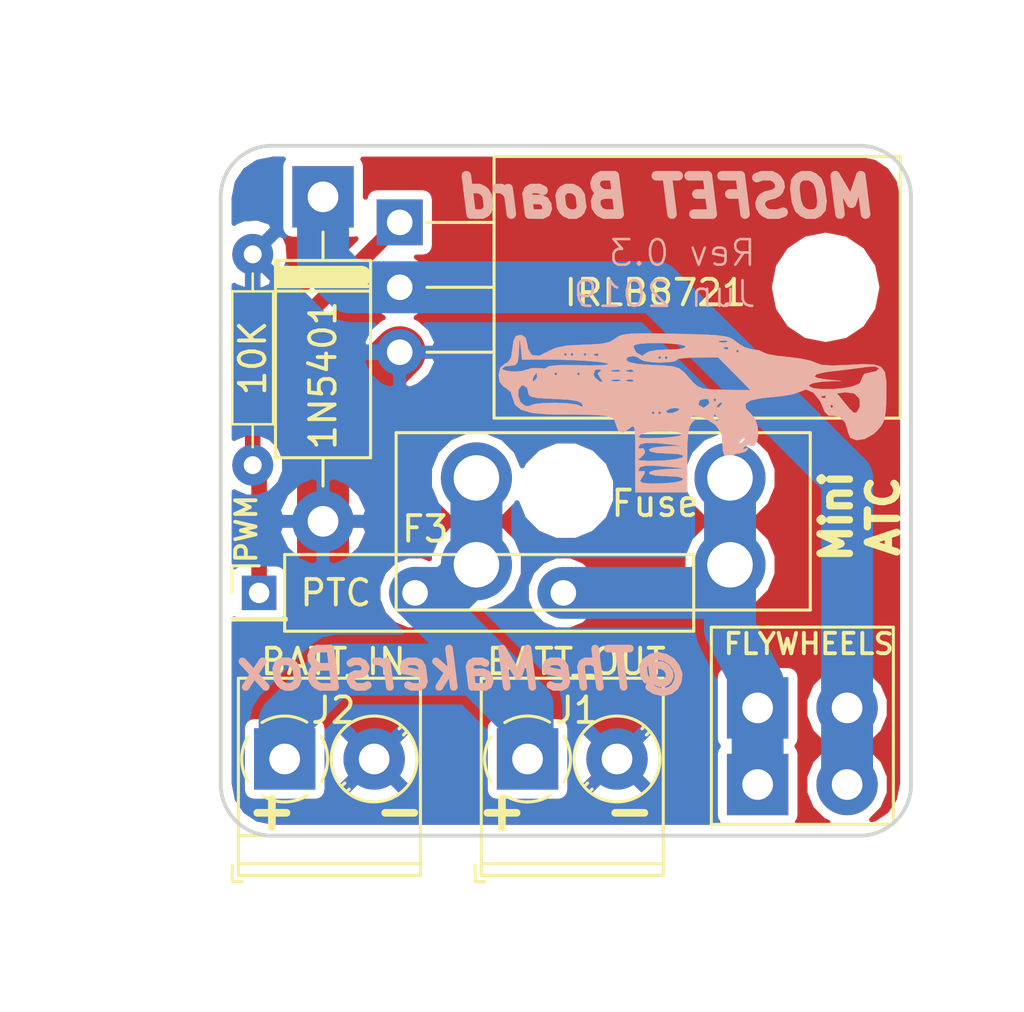
<source format=kicad_pcb>
(kicad_pcb (version 4) (host pcbnew 4.0.6)

  (general
    (links 17)
    (no_connects 0)
    (area 121.576572 33.365 271.419429 135.065001)
    (thickness 1.6)
    (drawings 21)
    (tracks 42)
    (zones 0)
    (modules 11)
    (nets 6)
  )

  (page A4)
  (title_block
    (date "lun. 30 mars 2015")
  )

  (layers
    (0 F.Cu signal)
    (31 B.Cu signal)
    (32 B.Adhes user)
    (33 F.Adhes user)
    (34 B.Paste user)
    (35 F.Paste user)
    (36 B.SilkS user)
    (37 F.SilkS user)
    (38 B.Mask user)
    (39 F.Mask user)
    (40 Dwgs.User user)
    (41 Cmts.User user)
    (42 Eco1.User user)
    (43 Eco2.User user)
    (44 Edge.Cuts user)
    (45 Margin user)
    (46 B.CrtYd user)
    (47 F.CrtYd user)
    (48 B.Fab user)
    (49 F.Fab user)
  )

  (setup
    (last_trace_width 0.25)
    (user_trace_width 0.254)
    (user_trace_width 0.3048)
    (user_trace_width 0.4064)
    (user_trace_width 0.6096)
    (user_trace_width 0.9144)
    (user_trace_width 1.524)
    (user_trace_width 2.032)
    (trace_clearance 0.2)
    (zone_clearance 0.508)
    (zone_45_only no)
    (trace_min 0.2)
    (segment_width 0.15)
    (edge_width 0.15)
    (via_size 0.6)
    (via_drill 0.4)
    (via_min_size 0.4)
    (via_min_drill 0.3)
    (uvia_size 0.3)
    (uvia_drill 0.1)
    (uvias_allowed no)
    (uvia_min_size 0.2)
    (uvia_min_drill 0.1)
    (pcb_text_width 0.3)
    (pcb_text_size 1.5 1.5)
    (mod_edge_width 0.15)
    (mod_text_size 1 1)
    (mod_text_width 0.15)
    (pad_size 3.5 3.5)
    (pad_drill 3.5)
    (pad_to_mask_clearance 0)
    (aux_axis_origin 110.998 126.365)
    (grid_origin 110.998 126.365)
    (visible_elements 7FFFFFFF)
    (pcbplotparams
      (layerselection 0x010f0_80000001)
      (usegerberextensions true)
      (excludeedgelayer true)
      (linewidth 0.100000)
      (plotframeref false)
      (viasonmask false)
      (mode 1)
      (useauxorigin false)
      (hpglpennumber 1)
      (hpglpenspeed 20)
      (hpglpendiameter 15)
      (hpglpenoverlay 2)
      (psnegative false)
      (psa4output false)
      (plotreference true)
      (plotvalue true)
      (plotinvisibletext false)
      (padsonsilk false)
      (subtractmaskfromsilk false)
      (outputformat 1)
      (mirror false)
      (drillshape 0)
      (scaleselection 1)
      (outputdirectory gerbers/))
  )

  (net 0 "")
  (net 1 GND)
  (net 2 "/9(**)")
  (net 3 "Net-(D1-Pad1)")
  (net 4 "Net-(F1-Pad2)")
  (net 5 /BATT)

  (net_class Default "This is the default net class."
    (clearance 0.2)
    (trace_width 0.25)
    (via_dia 0.6)
    (via_drill 0.4)
    (uvia_dia 0.3)
    (uvia_drill 0.1)
    (add_net "/9(**)")
    (add_net /BATT)
    (add_net GND)
    (add_net "Net-(D1-Pad1)")
    (add_net "Net-(F1-Pad2)")
  )

  (module footprints:D_DO-15_P12.70mm_Horizontal (layer F.Cu) (tedit 5D002A04) (tstamp 5CE766AD)
    (at 134.998 51.365 270)
    (descr "D, DO-15 series, Axial, Horizontal, pin pitch=12.7mm, , length*diameter=7.6*3.6mm^2, , http://www.diodes.com/_files/packages/DO-15.pdf")
    (tags "D DO-15 series Axial Horizontal pin pitch 12.7mm  length 7.6mm diameter 3.6mm")
    (path /5CDFABAB)
    (fp_text reference D1 (at 6.35 0 270) (layer F.SilkS) hide
      (effects (font (size 1 1) (thickness 0.15)))
    )
    (fp_text value 1N5401 (at 6.985 0 270) (layer F.SilkS)
      (effects (font (size 1 1) (thickness 0.15)))
    )
    (fp_line (start 3.1 -1.5) (end 3.1 1.5) (layer F.SilkS) (width 0.8))
    (fp_text user %R (at 6.35 0 270) (layer F.Fab)
      (effects (font (size 1 1) (thickness 0.15)))
    )
    (fp_line (start 2.55 -1.8) (end 2.55 1.8) (layer F.Fab) (width 0.1))
    (fp_line (start 2.55 1.8) (end 10.15 1.8) (layer F.Fab) (width 0.1))
    (fp_line (start 10.15 1.8) (end 10.15 -1.8) (layer F.Fab) (width 0.1))
    (fp_line (start 10.15 -1.8) (end 2.55 -1.8) (layer F.Fab) (width 0.1))
    (fp_line (start 0 0) (end 2.55 0) (layer F.Fab) (width 0.1))
    (fp_line (start 12.7 0) (end 10.15 0) (layer F.Fab) (width 0.1))
    (fp_line (start 3.69 -1.8) (end 3.69 1.8) (layer F.Fab) (width 0.1))
    (fp_line (start 2.49 -1.86) (end 2.49 1.86) (layer F.SilkS) (width 0.12))
    (fp_line (start 2.49 1.86) (end 10.21 1.86) (layer F.SilkS) (width 0.12))
    (fp_line (start 10.21 1.86) (end 10.21 -1.86) (layer F.SilkS) (width 0.12))
    (fp_line (start 10.21 -1.86) (end 2.49 -1.86) (layer F.SilkS) (width 0.12))
    (fp_line (start 1.38 0) (end 2.49 0) (layer F.SilkS) (width 0.12))
    (fp_line (start 11.32 0) (end 10.21 0) (layer F.SilkS) (width 0.12))
    (fp_line (start 3.69 -1.86) (end 3.69 1.86) (layer F.SilkS) (width 0.12))
    (fp_line (start -1.45 -2.15) (end -1.45 2.15) (layer F.CrtYd) (width 0.05))
    (fp_line (start -1.45 2.15) (end 14.15 2.15) (layer F.CrtYd) (width 0.05))
    (fp_line (start 14.15 2.15) (end 14.15 -2.15) (layer F.CrtYd) (width 0.05))
    (fp_line (start 14.15 -2.15) (end -1.45 -2.15) (layer F.CrtYd) (width 0.05))
    (pad 1 thru_hole rect (at 0 0 270) (size 2.4 2.4) (drill 1.2) (layers *.Cu *.Mask)
      (net 3 "Net-(D1-Pad1)"))
    (pad 2 thru_hole oval (at 12.7 0 270) (size 2.4 2.4) (drill 1.2) (layers *.Cu *.Mask)
      (net 1 GND))
    (model ${KISYS3DMOD}/Diodes_THT.3dshapes/D_DO-15_P12.70mm_Horizontal.wrl
      (at (xyz 0 0 0))
      (scale (xyz 0.393701 0.393701 0.393701))
      (rotate (xyz 0 0 0))
    )
  )

  (module Fuse_Holders_and_Fuses:BladeFuse-Mini_Keystone_3568 (layer F.Cu) (tedit 5D002986) (tstamp 5D004F3A)
    (at 140.998 62.365)
    (descr "car blade fuse mini, http://www.keyelco.com/product-pdf.cfm?p=306")
    (tags "car blade fuse mini")
    (path /5D0215EB)
    (fp_text reference F3 (at -2 2) (layer F.SilkS)
      (effects (font (size 1 1) (thickness 0.15)))
    )
    (fp_text value Fuse (at 7 1) (layer F.SilkS)
      (effects (font (size 1 1) (thickness 0.15)))
    )
    (fp_line (start -3.04 -1.67) (end -3.04 5.07) (layer F.Fab) (width 0.1))
    (fp_line (start -3.04 5.07) (end 12.96 5.07) (layer F.Fab) (width 0.1))
    (fp_line (start 12.96 5.07) (end 12.96 -1.67) (layer F.Fab) (width 0.1))
    (fp_line (start 12.96 -1.67) (end -3.04 -1.67) (layer F.Fab) (width 0.1))
    (fp_line (start -3.14 -1.77) (end -3.14 5.17) (layer F.SilkS) (width 0.12))
    (fp_line (start -3.14 5.17) (end 13.06 5.17) (layer F.SilkS) (width 0.12))
    (fp_line (start 13.06 5.17) (end 13.06 -1.77) (layer F.SilkS) (width 0.12))
    (fp_line (start 13.06 -1.77) (end -3.14 -1.77) (layer F.SilkS) (width 0.12))
    (fp_line (start -3.29 -1.92) (end -3.29 5.32) (layer F.CrtYd) (width 0.05))
    (fp_line (start -3.29 5.32) (end 13.21 5.32) (layer F.CrtYd) (width 0.05))
    (fp_line (start 13.21 5.32) (end 13.21 -1.92) (layer F.CrtYd) (width 0.05))
    (fp_line (start 13.21 -1.92) (end -3.29 -1.92) (layer F.CrtYd) (width 0.05))
    (fp_text user %R (at -2 2) (layer F.Fab)
      (effects (font (size 1 1) (thickness 0.15)))
    )
    (pad 1 thru_hole circle (at 0 0) (size 2.78 2.78) (drill 1.78) (layers *.Cu *.Mask)
      (net 5 /BATT))
    (pad 1 thru_hole circle (at 0 3.4) (size 2.78 2.78) (drill 1.78) (layers *.Cu *.Mask)
      (net 5 /BATT))
    (pad 2 thru_hole circle (at 9.92 0) (size 2.78 2.78) (drill 1.78) (layers *.Cu *.Mask)
      (net 4 "Net-(F1-Pad2)"))
    (pad 2 thru_hole circle (at 9.92 3.4) (size 2.78 2.78) (drill 1.78) (layers *.Cu *.Mask)
      (net 4 "Net-(F1-Pad2)"))
    (model ${KISYS3DMOD}/Fuse_Holders_and_Fuses.3dshapes/BladeFuse-Mini_Keystone_3568.wrl
      (at (xyz 0.16 0 0))
      (scale (xyz 0.39 0.39 0.39))
      (rotate (xyz 0 0 0))
    )
  )

  (module footprints:TO-220-3_Horizontal (layer F.Cu) (tedit 5D002A7F) (tstamp 5CE76742)
    (at 137.998 52.365 270)
    (descr "TO-220-3, Horizontal, RM 2.54mm")
    (tags "TO-220-3 Horizontal RM 2.54mm")
    (path /5CDFA006)
    (fp_text reference Q1 (at 2.54 -20.58 270) (layer F.SilkS) hide
      (effects (font (size 1 1) (thickness 0.15)))
    )
    (fp_text value IRLB8721 (at 2.75 -10 540) (layer F.SilkS)
      (effects (font (size 1 1) (thickness 0.15)))
    )
    (fp_text user %R (at 2.54 -20.58 270) (layer F.Fab)
      (effects (font (size 1 1) (thickness 0.15)))
    )
    (fp_line (start -2.46 -13.06) (end -2.46 -19.46) (layer F.Fab) (width 0.1))
    (fp_line (start -2.46 -19.46) (end 7.54 -19.46) (layer F.Fab) (width 0.1))
    (fp_line (start 7.54 -19.46) (end 7.54 -13.06) (layer F.Fab) (width 0.1))
    (fp_line (start 7.54 -13.06) (end -2.46 -13.06) (layer F.Fab) (width 0.1))
    (fp_line (start -2.46 -3.81) (end -2.46 -13.06) (layer F.Fab) (width 0.1))
    (fp_line (start -2.46 -13.06) (end 7.54 -13.06) (layer F.Fab) (width 0.1))
    (fp_line (start 7.54 -13.06) (end 7.54 -3.81) (layer F.Fab) (width 0.1))
    (fp_line (start 7.54 -3.81) (end -2.46 -3.81) (layer F.Fab) (width 0.1))
    (fp_line (start 0 -3.81) (end 0 0) (layer F.Fab) (width 0.1))
    (fp_line (start 2.54 -3.81) (end 2.54 0) (layer F.Fab) (width 0.1))
    (fp_line (start 5.08 -3.81) (end 5.08 0) (layer F.Fab) (width 0.1))
    (fp_line (start -2.58 -3.69) (end 7.66 -3.69) (layer F.SilkS) (width 0.12))
    (fp_line (start -2.58 -19.58) (end 7.66 -19.58) (layer F.SilkS) (width 0.12))
    (fp_line (start -2.58 -19.58) (end -2.58 -3.69) (layer F.SilkS) (width 0.12))
    (fp_line (start 7.66 -19.58) (end 7.66 -3.69) (layer F.SilkS) (width 0.12))
    (fp_line (start 0 -3.69) (end 0 -1.05) (layer F.SilkS) (width 0.12))
    (fp_line (start 2.54 -3.69) (end 2.54 -1.066) (layer F.SilkS) (width 0.12))
    (fp_line (start 5.08 -3.69) (end 5.08 -1.066) (layer F.SilkS) (width 0.12))
    (fp_line (start -2.71 -19.71) (end -2.71 1.15) (layer F.CrtYd) (width 0.05))
    (fp_line (start -2.71 1.15) (end 7.79 1.15) (layer F.CrtYd) (width 0.05))
    (fp_line (start 7.79 1.15) (end 7.79 -19.71) (layer F.CrtYd) (width 0.05))
    (fp_line (start 7.79 -19.71) (end -2.71 -19.71) (layer F.CrtYd) (width 0.05))
    (fp_circle (center 2.54 -16.66) (end 4.39 -16.66) (layer F.Fab) (width 0.1))
    (pad 0 np_thru_hole oval (at 2.54 -16.66 270) (size 3.5 3.5) (drill 3.5) (layers *.Cu *.Mask))
    (pad 1 thru_hole rect (at 0 0 270) (size 1.8 1.8) (drill 1) (layers *.Cu *.Mask)
      (net 2 "/9(**)"))
    (pad 2 thru_hole oval (at 2.54 0 270) (size 1.8 1.8) (drill 1) (layers *.Cu *.Mask)
      (net 3 "Net-(D1-Pad1)"))
    (pad 3 thru_hole oval (at 5.08 0 270) (size 1.8 1.8) (drill 1) (layers *.Cu *.Mask)
      (net 1 GND))
    (model ${KISYS3DMOD}/TO_SOT_Packages_THT.3dshapes/TO-220-3_Horizontal.wrl
      (at (xyz 0.1 0 0))
      (scale (xyz 0.393701 0.393701 0.393701))
      (rotate (xyz 0 0 0))
    )
  )

  (module footprints:R_Axial_DIN0204_L3.6mm_D1.6mm_P7.62mm_Horizontal (layer F.Cu) (tedit 5C984DCD) (tstamp 5CE82736)
    (at 132.248 53.865 270)
    (descr "Resistor, Axial_DIN0204 series, Axial, Horizontal, pin pitch=7.62mm, 0.16666666666666666W = 1/6W, length*diameter=3.6*1.6mm^2, http://cdn-reichelt.de/documents/datenblatt/B400/1_4W%23YAG.pdf")
    (tags "Resistor Axial_DIN0204 series Axial Horizontal pin pitch 7.62mm 0.16666666666666666W = 1/6W length 3.6mm diameter 1.6mm")
    (path /5BB777E0)
    (fp_text reference R9 (at 7.239 0 270) (layer F.Fab)
      (effects (font (size 1 1) (thickness 0.15)))
    )
    (fp_text value 10K (at 3.81 0 270) (layer F.SilkS)
      (effects (font (size 1 1) (thickness 0.15)))
    )
    (fp_line (start 6.4 0) (end 7.3 0) (layer F.SilkS) (width 0.1))
    (fp_line (start 1.2 0) (end 0.5 0) (layer F.SilkS) (width 0.1))
    (fp_line (start 1.2 0.8) (end 1.2 -0.8) (layer F.SilkS) (width 0.1))
    (fp_line (start 1.2 -0.8) (end 6.4 -0.8) (layer F.SilkS) (width 0.1))
    (fp_line (start 6.4 -0.8) (end 6.4 0.8) (layer F.SilkS) (width 0.1))
    (fp_line (start 6.4 0.8) (end 1.2 0.8) (layer F.SilkS) (width 0.1))
    (fp_line (start 2.01 -0.8) (end 2.01 0.8) (layer F.Fab) (width 0.1))
    (fp_line (start 2.01 0.8) (end 5.61 0.8) (layer F.Fab) (width 0.1))
    (fp_line (start 5.61 0.8) (end 5.61 -0.8) (layer F.Fab) (width 0.1))
    (fp_line (start 5.61 -0.8) (end 2.01 -0.8) (layer F.Fab) (width 0.1))
    (fp_line (start 0 0) (end 2.01 0) (layer F.Fab) (width 0.1))
    (fp_line (start 7.62 0) (end 5.61 0) (layer F.Fab) (width 0.1))
    (fp_line (start -0.95 -1.15) (end -0.95 1.15) (layer F.CrtYd) (width 0.05))
    (fp_line (start -0.95 1.15) (end 8.6 1.15) (layer F.CrtYd) (width 0.05))
    (fp_line (start 8.6 1.15) (end 8.6 -1.15) (layer F.CrtYd) (width 0.05))
    (fp_line (start 8.6 -1.15) (end -0.95 -1.15) (layer F.CrtYd) (width 0.05))
    (pad 1 thru_hole circle (at -0.25 0 270) (size 1.6 1.6) (drill 0.7) (layers *.Cu *.Mask)
      (net 1 GND))
    (pad 2 thru_hole circle (at 8 0 270) (size 1.6 1.6) (drill 0.7) (layers *.Cu *.Mask)
      (net 2 "/9(**)"))
    (model ${KISYS3DMOD}/Resistors_THT.3dshapes/R_Axial_DIN0204_L3.6mm_D1.6mm_P7.62mm_Horizontal.wrl
      (at (xyz 0 0 0))
      (scale (xyz 0.393701 0.393701 0.393701))
      (rotate (xyz 0 0 0))
    )
  )

  (module footprints:RS_right (layer B.Cu) (tedit 0) (tstamp 5CE97378)
    (at 149.498 58.865 180)
    (fp_text reference G*** (at 0 0 180) (layer B.SilkS) hide
      (effects (font (thickness 0.3)) (justify mirror))
    )
    (fp_text value LOGO (at 0.75 0 180) (layer B.SilkS) hide
      (effects (font (thickness 0.3)) (justify mirror))
    )
    (fp_poly (pts (xy 2.472692 2.143099) (xy 2.739484 2.110745) (xy 2.914302 2.056476) (xy 3.037608 1.977116)
      (xy 3.061539 1.956247) (xy 3.26861 1.829262) (xy 3.583713 1.754161) (xy 4.067702 1.719118)
      (xy 4.308827 1.713841) (xy 4.957982 1.679456) (xy 5.403328 1.59143) (xy 5.631483 1.485295)
      (xy 6.041357 1.284427) (xy 6.323222 1.302539) (xy 6.476602 1.539523) (xy 6.500703 1.68275)
      (xy 6.57041 1.981697) (xy 6.728223 2.090793) (xy 6.7945 2.0955) (xy 6.963588 2.047632)
      (xy 7.051349 1.861459) (xy 7.086913 1.56882) (xy 7.148414 1.197635) (xy 7.282072 1.01468)
      (xy 7.372663 0.97746) (xy 7.562658 0.817751) (xy 7.634472 0.540028) (xy 7.588045 0.250997)
      (xy 7.423319 0.057365) (xy 7.373187 0.038678) (xy 7.158459 -0.136962) (xy 7.087437 -0.359239)
      (xy 6.987759 -0.64016) (xy 6.745228 -0.835066) (xy 6.329826 -0.954832) (xy 5.711533 -1.010332)
      (xy 5.2705 -1.0174) (xy 4.480215 -1.019868) (xy 3.907904 -1.032679) (xy 3.517592 -1.061001)
      (xy 3.273306 -1.110003) (xy 3.139071 -1.184854) (xy 3.078914 -1.290723) (xy 3.069123 -1.3337)
      (xy 2.954707 -1.651694) (xy 2.76882 -1.726357) (xy 2.543 -1.590215) (xy 2.429345 -1.495104)
      (xy 2.355384 -1.481341) (xy 2.312592 -1.586111) (xy 2.292439 -1.846599) (xy 2.286398 -2.299988)
      (xy 2.286 -2.710816) (xy 2.286 -4.064) (xy 0.254 -4.064) (xy 0.254 -3.1323)
      (xy 0.3175 -3.1323) (xy 1.04775 -3.15365) (xy 1.510066 -3.194747) (xy 1.737485 -3.267615)
      (xy 1.72714 -3.347381) (xy 1.476162 -3.409176) (xy 1.0795 -3.429) (xy 0.624904 -3.455195)
      (xy 0.414641 -3.518955) (xy 0.446183 -3.598042) (xy 0.717005 -3.67022) (xy 1.11125 -3.708412)
      (xy 1.664103 -3.724077) (xy 1.986958 -3.697708) (xy 2.101019 -3.624862) (xy 2.040536 -3.513736)
      (xy 1.922777 -3.338262) (xy 1.924299 -3.221591) (xy 2.032 -3.2385) (xy 2.149366 -3.236197)
      (xy 2.159 -3.196082) (xy 2.097427 -3.077162) (xy 1.887849 -3.021075) (xy 1.492979 -3.023018)
      (xy 1.0795 -3.057008) (xy 0.3175 -3.1323) (xy 0.254 -3.1323) (xy 0.254 -2.77625)
      (xy 0.252202 -2.61944) (xy 0.416632 -2.61944) (xy 0.432903 -2.69193) (xy 0.667462 -2.762435)
      (xy 1.110174 -2.81308) (xy 1.23825 -2.819947) (xy 1.787455 -2.83281) (xy 2.104313 -2.813986)
      (xy 2.181705 -2.764489) (xy 2.06375 -2.702529) (xy 1.919915 -2.542828) (xy 1.905 -2.458421)
      (xy 1.969358 -2.335331) (xy 2.032 -2.3495) (xy 2.149366 -2.347197) (xy 2.159 -2.307082)
      (xy 2.090052 -2.182844) (xy 1.860135 -2.128701) (xy 1.434635 -2.139914) (xy 1.143 -2.167968)
      (xy 0.4445 -2.244598) (xy 1.11125 -2.265299) (xy 1.553009 -2.307962) (xy 1.750826 -2.383126)
      (xy 1.707781 -2.464157) (xy 1.42695 -2.524421) (xy 1.0795 -2.54) (xy 0.628786 -2.562839)
      (xy 0.416632 -2.61944) (xy 0.252202 -2.61944) (xy 0.247012 -2.16693) (xy 0.221668 -1.772109)
      (xy 0.44814 -1.772109) (xy 0.523186 -1.840922) (xy 0.808046 -1.89715) (xy 1.234395 -1.930859)
      (xy 1.755783 -1.947947) (xy 2.053619 -1.939062) (xy 2.157554 -1.89831) (xy 2.097242 -1.819797)
      (xy 2.028322 -1.773039) (xy 1.792678 -1.700708) (xy 1.428513 -1.662526) (xy 1.025944 -1.658546)
      (xy 0.675091 -1.688821) (xy 0.466071 -1.753405) (xy 0.44814 -1.772109) (xy 0.221668 -1.772109)
      (xy 0.220922 -1.760495) (xy 0.16804 -1.506086) (xy 0.080676 -1.352844) (xy 0.03175 -1.306332)
      (xy -0.080711 -1.19749) (xy -0.03175 -1.204577) (xy 0.108875 -1.202231) (xy 0.127 -1.148075)
      (xy 0.031386 -1.064447) (xy -0.20529 -1.091604) (xy -0.507778 -1.207191) (xy -0.800829 -1.388857)
      (xy -0.864488 -1.442604) (xy -1.090538 -1.764592) (xy -1.121924 -2.121522) (xy -1.138946 -2.442697)
      (xy -1.226694 -2.674229) (xy -1.350593 -2.75811) (xy -1.453661 -2.678065) (xy -1.639783 -2.560681)
      (xy -1.778 -2.54) (xy -2.024679 -2.470074) (xy -2.107628 -2.393377) (xy -2.123741 -2.30762)
      (xy -2.032001 -2.349499) (xy -1.925592 -2.382876) (xy -1.957653 -2.30355) (xy -2.117537 -2.21614)
      (xy -2.181975 -2.236699) (xy -2.357181 -2.249468) (xy -2.472889 -2.082944) (xy -2.498538 -1.941403)
      (xy -2.011529 -1.941403) (xy -1.980628 -2.012377) (xy -1.852752 -2.148717) (xy -1.779237 -2.120749)
      (xy -1.778 -2.102995) (xy -1.868206 -1.995576) (xy -1.924623 -1.956372) (xy -2.011529 -1.941403)
      (xy -2.498538 -1.941403) (xy -2.523049 -1.806147) (xy -2.501611 -1.488096) (xy -2.402524 -1.197813)
      (xy -2.359305 -1.143) (xy -0.9525 -1.143) (xy -0.942431 -1.260028) (xy -0.896496 -1.27)
      (xy -0.767169 -1.177809) (xy -0.762 -1.143) (xy -0.805331 -1.019301) (xy -0.818005 -1.016)
      (xy -0.926434 -1.104993) (xy -0.9525 -1.143) (xy -2.359305 -1.143) (xy -2.286 -1.050032)
      (xy -2.046928 -0.792175) (xy -2.046855 -0.791555) (xy 0.549018 -0.791555) (xy 0.608246 -0.869778)
      (xy 0.825996 -0.9568) (xy 1.01456 -0.964086) (xy 1.024692 -0.9525) (xy 1.27 -0.9525)
      (xy 1.3335 -1.016) (xy 1.397 -0.9525) (xy 1.524 -0.9525) (xy 1.5875 -1.016)
      (xy 1.651 -0.9525) (xy 1.5875 -0.889) (xy 1.524 -0.9525) (xy 1.397 -0.9525)
      (xy 1.3335 -0.889) (xy 1.27 -0.9525) (xy 1.024692 -0.9525) (xy 1.077563 -0.892044)
      (xy 1.066418 -0.867833) (xy 0.901145 -0.783677) (xy 0.722754 -0.763944) (xy 0.549018 -0.791555)
      (xy -2.046855 -0.791555) (xy -2.024242 -0.600711) (xy -2.109134 -0.544403) (xy -1.122529 -0.544403)
      (xy -1.091628 -0.615377) (xy -0.963752 -0.751717) (xy -0.890237 -0.723749) (xy -0.889 -0.705995)
      (xy -0.979206 -0.598576) (xy -1.035623 -0.559372) (xy -1.122529 -0.544403) (xy -2.109134 -0.544403)
      (xy -2.141628 -0.52285) (xy -0.617927 -0.52285) (xy -0.576723 -0.62655) (xy -0.392125 -0.75632)
      (xy -0.364724 -0.741658) (xy 4.348829 -0.741658) (xy 4.403581 -0.693198) (xy 4.574375 -0.628223)
      (xy 4.925992 -0.580911) (xy 5.385387 -0.560711) (xy 5.42925 -0.560546) (xy 5.876068 -0.571633)
      (xy 6.20333 -0.601213) (xy 6.347913 -0.643206) (xy 6.35 -0.649207) (xy 6.451797 -0.69373)
      (xy 6.604 -0.671798) (xy 6.777869 -0.531425) (xy 6.862976 -0.288444) (xy 6.851529 -0.040875)
      (xy 6.735735 0.11326) (xy 6.6675 0.127) (xy 6.512083 0.021614) (xy 6.477 -0.121863)
      (xy 6.452647 -0.246032) (xy 6.346139 -0.324232) (xy 6.1073 -0.370283) (xy 5.685955 -0.398005)
      (xy 5.439472 -0.407613) (xy 4.891064 -0.438888) (xy 4.554065 -0.491086) (xy 4.386168 -0.573039)
      (xy 4.350303 -0.635) (xy 4.348829 -0.741658) (xy -0.364724 -0.741658) (xy -0.204593 -0.655976)
      (xy -0.189946 -0.634103) (xy -0.218251 -0.489642) (xy -0.314928 -0.427913) (xy -0.545134 -0.402833)
      (xy -0.617927 -0.52285) (xy -2.141628 -0.52285) (xy -2.228111 -0.465488) (xy -2.331855 -0.4445)
      (xy -0.889 -0.4445) (xy -0.8255 -0.508) (xy -0.762 -0.4445) (xy -0.8255 -0.381)
      (xy -0.889 -0.4445) (xy -2.331855 -0.4445) (xy -2.668701 -0.376355) (xy -2.992133 -0.345047)
      (xy -3.476753 -0.293428) (xy -3.870113 -0.22417) (xy -4.096211 -0.151109) (xy -4.109991 -0.141531)
      (xy -4.318641 -0.065171) (xy -2.2225 -0.065171) (xy -1.214416 -0.051308) (xy -0.707937 -0.039654)
      (xy -0.382788 -0.005383) (xy -0.166307 0.076101) (xy 0.014169 0.229397) (xy 0.062333 0.284364)
      (xy 2.341082 0.284364) (xy 2.465916 0.264027) (xy 2.487911 0.267145) (xy 3.558632 0.267145)
      (xy 3.646675 0.264157) (xy 3.683 0.275622) (xy 3.870078 0.440652) (xy 6.128846 0.440652)
      (xy 6.154277 0.38945) (xy 6.275376 0.25815) (xy 6.297653 0.350745) (xy 6.266824 0.449978)
      (xy 6.173324 0.588287) (xy 6.131093 0.585427) (xy 6.128846 0.440652) (xy 3.870078 0.440652)
      (xy 3.87239 0.442691) (xy 3.914562 0.550275) (xy 3.908182 0.5715) (xy 4.445 0.5715)
      (xy 4.5085 0.508) (xy 4.572 0.5715) (xy 5.334 0.5715) (xy 5.3975 0.508)
      (xy 5.461 0.5715) (xy 5.3975 0.635) (xy 5.334 0.5715) (xy 4.572 0.5715)
      (xy 4.5085 0.635) (xy 4.445 0.5715) (xy 3.908182 0.5715) (xy 3.862177 0.724529)
      (xy 3.724062 0.751974) (xy 3.595904 0.720576) (xy 3.65655 0.676124) (xy 3.757064 0.586809)
      (xy 3.664148 0.420759) (xy 3.65655 0.411497) (xy 3.558632 0.267145) (xy 2.487911 0.267145)
      (xy 2.630637 0.287377) (xy 2.630835 0.291756) (xy 2.873295 0.291756) (xy 3.048 0.274053)
      (xy 3.228293 0.294011) (xy 3.20675 0.33811) (xy 2.946736 0.354884) (xy 2.88925 0.33811)
      (xy 2.873295 0.291756) (xy 2.630835 0.291756) (xy 2.632604 0.33073) (xy 2.462628 0.361047)
      (xy 2.389187 0.340756) (xy 2.341082 0.284364) (xy 0.062333 0.284364) (xy 0.182584 0.4216)
      (xy 0.389023 0.651489) (xy 0.407677 0.665364) (xy 2.341082 0.665364) (xy 2.465916 0.645027)
      (xy 2.630637 0.668377) (xy 2.630835 0.672756) (xy 2.873295 0.672756) (xy 3.048 0.655053)
      (xy 3.228293 0.675011) (xy 3.20675 0.71911) (xy 2.946736 0.735884) (xy 2.88925 0.71911)
      (xy 2.873295 0.672756) (xy 2.630835 0.672756) (xy 2.632604 0.71173) (xy 2.462628 0.742047)
      (xy 2.389187 0.721756) (xy 2.341082 0.665364) (xy 0.407677 0.665364) (xy 0.576004 0.790567)
      (xy 0.816752 0.86482) (xy 1.184497 0.900235) (xy 1.577307 0.916573) (xy 2.175653 0.958513)
      (xy 2.199498 0.963474) (xy 3.33414 0.963474) (xy 3.410726 0.928002) (xy 3.691971 0.907252)
      (xy 4.128843 0.90346) (xy 4.478185 0.911318) (xy 5.00346 0.918327) (xy 5.417974 0.903928)
      (xy 5.667386 0.871145) (xy 5.715284 0.842445) (xy 5.82043 0.780015) (xy 6.024289 0.791514)
      (xy 6.329702 0.798764) (xy 6.499886 0.747856) (xy 6.723098 0.681036) (xy 7.028121 0.662133)
      (xy 7.314363 0.687628) (xy 7.481234 0.754005) (xy 7.493 0.782578) (xy 7.384199 0.862613)
      (xy 7.1755 0.889) (xy 6.982326 0.912715) (xy 6.884664 1.028076) (xy 6.845256 1.301414)
      (xy 6.83665 1.49225) (xy 6.822407 1.833779) (xy 6.80787 1.933551) (xy 6.785801 1.803716)
      (xy 6.765076 1.612409) (xy 6.714851 1.129318) (xy 6.056175 1.133857) (xy 5.36911 1.129713)
      (xy 4.708523 1.109968) (xy 4.12493 1.077785) (xy 3.668851 1.036326) (xy 3.390804 0.988753)
      (xy 3.33414 0.963474) (xy 2.199498 0.963474) (xy 2.530813 1.032402) (xy 2.635641 1.11125)
      (xy 2.583337 1.228957) (xy 2.398318 1.268921) (xy 2.19168 1.224612) (xy 2.0955 1.143)
      (xy 1.934439 1.07269) (xy 1.603254 1.02657) (xy 1.318509 1.016) (xy 0.94843 1.031393)
      (xy 0.719201 1.071163) (xy 0.678579 1.11125) (xy 0.59359 1.15983) (xy 0.314586 1.196312)
      (xy 0.061454 1.2065) (xy 1.016 1.2065) (xy 1.0795 1.143) (xy 1.143 1.2065)
      (xy 1.27 1.2065) (xy 1.3335 1.143) (xy 1.397 1.2065) (xy 1.3335 1.27)
      (xy 1.27 1.2065) (xy 1.143 1.2065) (xy 1.0795 1.27) (xy 1.016 1.2065)
      (xy 0.061454 1.2065) (xy -0.098481 1.212937) (xy -0.107676 1.213014) (xy -0.9525 1.219527)
      (xy -2.2225 -0.065171) (xy -4.318641 -0.065171) (xy -4.394738 -0.037322) (xy -4.683613 -0.161589)
      (xy -4.946097 -0.491179) (xy -5.124216 -0.910891) (xy -5.281296 -1.066679) (xy -5.430353 -1.060812)
      (xy -5.702844 -1.103586) (xy -5.924061 -1.328793) (xy -6.027209 -1.665339) (xy -6.028399 -1.697327)
      (xy -6.126572 -1.93312) (xy -6.369151 -2.025189) (xy -6.692216 -1.975121) (xy -7.031844 -1.7845)
      (xy -7.157956 -1.669312) (xy -7.341628 -1.454452) (xy -7.451383 -1.234681) (xy -7.508036 -0.934616)
      (xy -7.520834 -0.695238) (xy -6.500025 -0.695238) (xy -6.455511 -0.802153) (xy -6.35943 -0.948908)
      (xy -6.258264 -0.950098) (xy -6.09164 -0.784246) (xy -6.020323 -0.6985) (xy -5.461 -0.6985)
      (xy -5.3975 -0.762) (xy -5.334 -0.6985) (xy -5.3975 -0.635) (xy -5.461 -0.6985)
      (xy -6.020323 -0.6985) (xy -5.959905 -0.625859) (xy -5.689721 -0.296333) (xy -5.164667 -0.296333)
      (xy -5.147234 -0.371834) (xy -5.08 -0.381) (xy -4.975465 -0.334532) (xy -4.995334 -0.296333)
      (xy -5.146053 -0.281133) (xy -5.164667 -0.296333) (xy -5.689721 -0.296333) (xy -5.602946 -0.1905)
      (xy -5.93846 -0.147854) (xy -6.282439 -0.195454) (xy -6.485835 -0.398425) (xy -6.500025 -0.695238)
      (xy -7.520834 -0.695238) (xy -7.532403 -0.478877) (xy -7.536577 -0.298206) (xy -7.536635 0.260242)
      (xy -7.482502 0.62983) (xy -7.379175 0.778232) (xy -7.239 0.778232) (xy -7.130423 0.670603)
      (xy -6.9215 0.635) (xy -6.669671 0.571233) (xy -6.604 0.451996) (xy -6.507721 0.224228)
      (xy -6.44525 0.170698) (xy -6.187454 0.074215) (xy -5.818201 0.008972) (xy -5.402152 -0.024028)
      (xy -5.003971 -0.02378) (xy -4.688319 0.010717) (xy -4.519859 0.080468) (xy -4.517014 0.140776)
      (xy -4.675292 0.212257) (xy -4.996294 0.26387) (xy -5.182746 0.276188) (xy -5.7785 0.298376)
      (xy -5.23875 0.346991) (xy -4.856897 0.40498) (xy -4.720343 0.480319) (xy -4.821975 0.562025)
      (xy -5.154676 0.639116) (xy -5.452941 0.677619) (xy -5.973103 0.737079) (xy -6.481569 0.803256)
      (xy -6.722941 0.838943) (xy -7.094026 0.867248) (xy -7.236887 0.795934) (xy -7.239 0.778232)
      (xy -7.379175 0.778232) (xy -7.332558 0.845184) (xy -7.045182 0.940931) (xy -6.578756 0.951696)
      (xy -6.067964 0.923639) (xy -5.419808 0.898873) (xy -4.997304 0.925165) (xy -4.77707 1.003909)
      (xy -4.564164 1.089978) (xy -4.179539 1.171211) (xy -3.705174 1.230431) (xy -3.689838 1.231736)
      (xy -3.235829 1.283199) (xy -2.890023 1.34746) (xy -2.722412 1.411253) (xy -2.718904 1.415764)
      (xy -2.628568 1.4605) (xy -1.778 1.4605) (xy -1.7145 1.397) (xy -1.651 1.4605)
      (xy -1.7145 1.524) (xy -1.778 1.4605) (xy -2.628568 1.4605) (xy -2.554765 1.497048)
      (xy -2.318441 1.524001) (xy -1.993981 1.608667) (xy -1.354667 1.608667) (xy -1.337234 1.533166)
      (xy -1.27 1.524) (xy -1.165465 1.570468) (xy -1.185334 1.608667) (xy -1.336053 1.623867)
      (xy -1.354667 1.608667) (xy -1.993981 1.608667) (xy -1.989068 1.609949) (xy -1.925728 1.651)
      (xy 0.3175 1.651) (xy 0.384842 1.576611) (xy 0.678166 1.533244) (xy 1.001009 1.524)
      (xy 1.419082 1.504348) (xy 1.727002 1.453366) (xy 1.8415 1.397) (xy 2.018146 1.276491)
      (xy 2.153723 1.354667) (xy 3.725333 1.354667) (xy 3.742766 1.279166) (xy 3.81 1.27)
      (xy 3.914535 1.316468) (xy 3.905676 1.3335) (xy 4.191 1.3335) (xy 4.2545 1.27)
      (xy 4.318 1.3335) (xy 4.699 1.3335) (xy 4.7625 1.27) (xy 4.826 1.3335)
      (xy 4.953 1.3335) (xy 5.0165 1.27) (xy 5.08 1.3335) (xy 5.0165 1.397)
      (xy 4.953 1.3335) (xy 4.826 1.3335) (xy 4.7625 1.397) (xy 4.699 1.3335)
      (xy 4.318 1.3335) (xy 4.2545 1.397) (xy 4.191 1.3335) (xy 3.905676 1.3335)
      (xy 3.894666 1.354667) (xy 3.743947 1.369867) (xy 3.725333 1.354667) (xy 2.153723 1.354667)
      (xy 2.235259 1.401682) (xy 2.269347 1.440436) (xy 2.349911 1.625622) (xy 2.327231 1.694436)
      (xy 2.153591 1.745416) (xy 1.812358 1.772305) (xy 1.382279 1.776806) (xy 0.942104 1.76062)
      (xy 0.570582 1.72545) (xy 0.346463 1.672996) (xy 0.3175 1.651) (xy -1.925728 1.651)
      (xy -1.680779 1.80975) (xy -1.673554 1.815756) (xy -1.317705 1.815756) (xy -1.143 1.798053)
      (xy -0.962707 1.818011) (xy -0.98425 1.86211) (xy -1.244264 1.878884) (xy -1.30175 1.86211)
      (xy -1.317705 1.815756) (xy -1.673554 1.815756) (xy -1.552702 1.916208) (xy -1.402075 1.993768)
      (xy -1.187181 2.048188) (xy -0.866302 2.085224) (xy -0.39772 2.110632) (xy 0.260285 2.13017)
      (xy 0.71582 2.140451) (xy 1.501325 2.154774) (xy 2.07346 2.156716) (xy 2.472692 2.143099)) (layer B.SilkS) (width 0.01))
  )

  (module footprints:TerminalBlock_Phoenix_PT-1,5-2-3.5-H_1x02_P3.50mm_Horizontal (layer F.Cu) (tedit 5CE6DA6E) (tstamp 5CF7E9FC)
    (at 142.998 73.365)
    (descr "Terminal Block Phoenix PT-1,5-2-3.5-H, 2 pins, pitch 3.5mm, size 7x7.6mm^2, drill diamater 1.2mm, pad diameter 2.4mm, see , script-generated using https://github.com/pointhi/kicad-footprint-generator/scripts/TerminalBlock_Phoenix")
    (tags "THT Terminal Block Phoenix PT-1,5-2-3.5-H pitch 3.5mm size 7x7.6mm^2 drill 1.2mm pad 2.4mm")
    (path /5CF8ECC4)
    (fp_text reference J1 (at 1.905 -1.905) (layer F.SilkS)
      (effects (font (size 1 1) (thickness 0.15)))
    )
    (fp_text value BATT_OUT (at 1.905 -3.81 180) (layer F.SilkS)
      (effects (font (size 1 1) (thickness 0.15)))
    )
    (fp_arc (start 0 0) (end 0 1.68) (angle -32) (layer F.SilkS) (width 0.12))
    (fp_arc (start 0 0) (end 1.425 0.891) (angle -64) (layer F.SilkS) (width 0.12))
    (fp_arc (start 0 0) (end 0.866 -1.44) (angle -63) (layer F.SilkS) (width 0.12))
    (fp_arc (start 0 0) (end -1.44 -0.866) (angle -63) (layer F.SilkS) (width 0.12))
    (fp_arc (start 0 0) (end -0.866 1.44) (angle -32) (layer F.SilkS) (width 0.12))
    (fp_circle (center 0 0) (end 1.5 0) (layer F.Fab) (width 0.1))
    (fp_circle (center 3.5 0) (end 5 0) (layer F.Fab) (width 0.1))
    (fp_circle (center 3.5 0) (end 5.18 0) (layer F.SilkS) (width 0.12))
    (fp_line (start -1.75 -3.1) (end 5.25 -3.1) (layer F.Fab) (width 0.1))
    (fp_line (start 5.25 -3.1) (end 5.25 4.5) (layer F.Fab) (width 0.1))
    (fp_line (start 5.25 4.5) (end -1.35 4.5) (layer F.Fab) (width 0.1))
    (fp_line (start -1.35 4.5) (end -1.75 4.1) (layer F.Fab) (width 0.1))
    (fp_line (start -1.75 4.1) (end -1.75 -3.1) (layer F.Fab) (width 0.1))
    (fp_line (start -1.75 4.1) (end 5.25 4.1) (layer F.Fab) (width 0.1))
    (fp_line (start -1.81 4.1) (end 5.31 4.1) (layer F.SilkS) (width 0.12))
    (fp_line (start -1.75 3) (end 5.25 3) (layer F.Fab) (width 0.1))
    (fp_line (start -1.81 3) (end 5.31 3) (layer F.SilkS) (width 0.12))
    (fp_line (start -1.81 -3.16) (end 5.31 -3.16) (layer F.SilkS) (width 0.12))
    (fp_line (start -1.81 4.56) (end 5.31 4.56) (layer F.SilkS) (width 0.12))
    (fp_line (start -1.81 -3.16) (end -1.81 4.56) (layer F.SilkS) (width 0.12))
    (fp_line (start 5.31 -3.16) (end 5.31 4.56) (layer F.SilkS) (width 0.12))
    (fp_line (start 1.138 -0.955) (end -0.955 1.138) (layer F.Fab) (width 0.1))
    (fp_line (start 0.955 -1.138) (end -1.138 0.955) (layer F.Fab) (width 0.1))
    (fp_line (start 4.638 -0.955) (end 2.546 1.138) (layer F.Fab) (width 0.1))
    (fp_line (start 4.455 -1.138) (end 2.363 0.955) (layer F.Fab) (width 0.1))
    (fp_line (start 4.775 -1.069) (end 4.646 -0.941) (layer F.SilkS) (width 0.12))
    (fp_line (start 2.525 1.181) (end 2.431 1.274) (layer F.SilkS) (width 0.12))
    (fp_line (start 4.57 -1.275) (end 4.476 -1.181) (layer F.SilkS) (width 0.12))
    (fp_line (start 2.355 0.941) (end 2.226 1.069) (layer F.SilkS) (width 0.12))
    (fp_line (start -2.05 4.16) (end -2.05 4.8) (layer F.SilkS) (width 0.12))
    (fp_line (start -2.05 4.8) (end -1.65 4.8) (layer F.SilkS) (width 0.12))
    (fp_line (start -2.25 -3.6) (end -2.25 5) (layer F.CrtYd) (width 0.05))
    (fp_line (start -2.25 5) (end 5.75 5) (layer F.CrtYd) (width 0.05))
    (fp_line (start 5.75 5) (end 5.75 -3.6) (layer F.CrtYd) (width 0.05))
    (fp_line (start 5.75 -3.6) (end -2.25 -3.6) (layer F.CrtYd) (width 0.05))
    (fp_text user %R (at 1.75 2.4) (layer F.Fab)
      (effects (font (size 1 1) (thickness 0.15)))
    )
    (pad 1 thru_hole rect (at 0 0) (size 2.4 2.4) (drill 1.2) (layers *.Cu *.Mask)
      (net 5 /BATT))
    (pad 2 thru_hole circle (at 3.5 0) (size 2.4 2.4) (drill 1.2) (layers *.Cu *.Mask)
      (net 1 GND))
    (model ${KISYS3DMOD}/TerminalBlock_Phoenix.3dshapes/TerminalBlock_Phoenix_PT-1,5-2-3.5-H_1x02_P3.50mm_Horizontal.wrl
      (at (xyz 0 0 0))
      (scale (xyz 1 1 1))
      (rotate (xyz 0 0 0))
    )
  )

  (module footprints:TerminalBlock_Phoenix_PT-1,5-2-3.5-H_1x02_P3.50mm_Horizontal (layer F.Cu) (tedit 5CE6DA6E) (tstamp 5CFEEB59)
    (at 133.498 73.365)
    (descr "Terminal Block Phoenix PT-1,5-2-3.5-H, 2 pins, pitch 3.5mm, size 7x7.6mm^2, drill diamater 1.2mm, pad diameter 2.4mm, see , script-generated using https://github.com/pointhi/kicad-footprint-generator/scripts/TerminalBlock_Phoenix")
    (tags "THT Terminal Block Phoenix PT-1,5-2-3.5-H pitch 3.5mm size 7x7.6mm^2 drill 1.2mm pad 2.4mm")
    (path /5CE59139)
    (fp_text reference J2 (at 1.905 -1.905) (layer F.SilkS)
      (effects (font (size 1 1) (thickness 0.15)))
    )
    (fp_text value BATT_IN (at 1.905 -3.81 180) (layer F.SilkS)
      (effects (font (size 1 1) (thickness 0.15)))
    )
    (fp_arc (start 0 0) (end 0 1.68) (angle -32) (layer F.SilkS) (width 0.12))
    (fp_arc (start 0 0) (end 1.425 0.891) (angle -64) (layer F.SilkS) (width 0.12))
    (fp_arc (start 0 0) (end 0.866 -1.44) (angle -63) (layer F.SilkS) (width 0.12))
    (fp_arc (start 0 0) (end -1.44 -0.866) (angle -63) (layer F.SilkS) (width 0.12))
    (fp_arc (start 0 0) (end -0.866 1.44) (angle -32) (layer F.SilkS) (width 0.12))
    (fp_circle (center 0 0) (end 1.5 0) (layer F.Fab) (width 0.1))
    (fp_circle (center 3.5 0) (end 5 0) (layer F.Fab) (width 0.1))
    (fp_circle (center 3.5 0) (end 5.18 0) (layer F.SilkS) (width 0.12))
    (fp_line (start -1.75 -3.1) (end 5.25 -3.1) (layer F.Fab) (width 0.1))
    (fp_line (start 5.25 -3.1) (end 5.25 4.5) (layer F.Fab) (width 0.1))
    (fp_line (start 5.25 4.5) (end -1.35 4.5) (layer F.Fab) (width 0.1))
    (fp_line (start -1.35 4.5) (end -1.75 4.1) (layer F.Fab) (width 0.1))
    (fp_line (start -1.75 4.1) (end -1.75 -3.1) (layer F.Fab) (width 0.1))
    (fp_line (start -1.75 4.1) (end 5.25 4.1) (layer F.Fab) (width 0.1))
    (fp_line (start -1.81 4.1) (end 5.31 4.1) (layer F.SilkS) (width 0.12))
    (fp_line (start -1.75 3) (end 5.25 3) (layer F.Fab) (width 0.1))
    (fp_line (start -1.81 3) (end 5.31 3) (layer F.SilkS) (width 0.12))
    (fp_line (start -1.81 -3.16) (end 5.31 -3.16) (layer F.SilkS) (width 0.12))
    (fp_line (start -1.81 4.56) (end 5.31 4.56) (layer F.SilkS) (width 0.12))
    (fp_line (start -1.81 -3.16) (end -1.81 4.56) (layer F.SilkS) (width 0.12))
    (fp_line (start 5.31 -3.16) (end 5.31 4.56) (layer F.SilkS) (width 0.12))
    (fp_line (start 1.138 -0.955) (end -0.955 1.138) (layer F.Fab) (width 0.1))
    (fp_line (start 0.955 -1.138) (end -1.138 0.955) (layer F.Fab) (width 0.1))
    (fp_line (start 4.638 -0.955) (end 2.546 1.138) (layer F.Fab) (width 0.1))
    (fp_line (start 4.455 -1.138) (end 2.363 0.955) (layer F.Fab) (width 0.1))
    (fp_line (start 4.775 -1.069) (end 4.646 -0.941) (layer F.SilkS) (width 0.12))
    (fp_line (start 2.525 1.181) (end 2.431 1.274) (layer F.SilkS) (width 0.12))
    (fp_line (start 4.57 -1.275) (end 4.476 -1.181) (layer F.SilkS) (width 0.12))
    (fp_line (start 2.355 0.941) (end 2.226 1.069) (layer F.SilkS) (width 0.12))
    (fp_line (start -2.05 4.16) (end -2.05 4.8) (layer F.SilkS) (width 0.12))
    (fp_line (start -2.05 4.8) (end -1.65 4.8) (layer F.SilkS) (width 0.12))
    (fp_line (start -2.25 -3.6) (end -2.25 5) (layer F.CrtYd) (width 0.05))
    (fp_line (start -2.25 5) (end 5.75 5) (layer F.CrtYd) (width 0.05))
    (fp_line (start 5.75 5) (end 5.75 -3.6) (layer F.CrtYd) (width 0.05))
    (fp_line (start 5.75 -3.6) (end -2.25 -3.6) (layer F.CrtYd) (width 0.05))
    (fp_text user %R (at 1.75 2.4) (layer F.Fab)
      (effects (font (size 1 1) (thickness 0.15)))
    )
    (pad 1 thru_hole rect (at 0 0) (size 2.4 2.4) (drill 1.2) (layers *.Cu *.Mask)
      (net 5 /BATT))
    (pad 2 thru_hole circle (at 3.5 0) (size 2.4 2.4) (drill 1.2) (layers *.Cu *.Mask)
      (net 1 GND))
    (model ${KISYS3DMOD}/TerminalBlock_Phoenix.3dshapes/TerminalBlock_Phoenix_PT-1,5-2-3.5-H_1x02_P3.50mm_Horizontal.wrl
      (at (xyz 0 0 0))
      (scale (xyz 1 1 1))
      (rotate (xyz 0 0 0))
    )
  )

  (module footprints:Flywheel_dual_terminals (layer F.Cu) (tedit 5CFFFB57) (tstamp 5CFEEB6E)
    (at 151.998 71.365)
    (descr "Terminal Block Phoenix PT-1,5-2-3.5-H, 2 pins, pitch 3.5mm, size 7x7.6mm^2, drill diamater 1.2mm, pad diameter 2.4mm, see , script-generated using https://github.com/pointhi/kicad-footprint-generator/scripts/TerminalBlock_Phoenix")
    (tags "THT Terminal Block Phoenix PT-1,5-2-3.5-H pitch 3.5mm size 7x7.6mm^2 drill 1.2mm pad 2.4mm")
    (path /5CE592FA)
    (fp_text reference J9 (at 2 2) (layer F.SilkS) hide
      (effects (font (size 1 1) (thickness 0.15)))
    )
    (fp_text value FLYWHEELS (at 2 -2.5) (layer F.SilkS)
      (effects (font (size 0.8 0.8) (thickness 0.15)))
    )
    (fp_circle (center 0 0) (end 1.5 0) (layer F.Fab) (width 0.1))
    (fp_circle (center 3.5 0) (end 5 0) (layer F.Fab) (width 0.1))
    (fp_line (start -1.75 -3.1) (end 5.25 -3.1) (layer F.Fab) (width 0.1))
    (fp_line (start 5.25 -3.1) (end 5.25 4.5) (layer F.Fab) (width 0.1))
    (fp_line (start 5.25 4.5) (end -1.35 4.5) (layer F.Fab) (width 0.1))
    (fp_line (start -1.35 4.5) (end -1.75 4.1) (layer F.Fab) (width 0.1))
    (fp_line (start -1.75 4.1) (end -1.75 -3.1) (layer F.Fab) (width 0.1))
    (fp_line (start -1.81 -3.16) (end 5.31 -3.16) (layer F.SilkS) (width 0.12))
    (fp_line (start -1.81 4.56) (end 5.31 4.56) (layer F.SilkS) (width 0.12))
    (fp_line (start -1.81 -3.16) (end -1.81 4.56) (layer F.SilkS) (width 0.12))
    (fp_line (start 5.31 -3.16) (end 5.31 4.56) (layer F.SilkS) (width 0.12))
    (fp_line (start 1.138 -0.955) (end -0.955 1.138) (layer F.Fab) (width 0.1))
    (fp_line (start 0.955 -1.138) (end -1.138 0.955) (layer F.Fab) (width 0.1))
    (fp_line (start 4.638 -0.955) (end 2.546 1.138) (layer F.Fab) (width 0.1))
    (fp_line (start 4.455 -1.138) (end 2.363 0.955) (layer F.Fab) (width 0.1))
    (fp_line (start -2.25 -3.6) (end -2.25 5) (layer F.CrtYd) (width 0.05))
    (fp_line (start -2.25 5) (end 5.75 5) (layer F.CrtYd) (width 0.05))
    (fp_line (start 5.75 5) (end 5.75 -3.6) (layer F.CrtYd) (width 0.05))
    (fp_line (start 5.75 -3.6) (end -2.25 -3.6) (layer F.CrtYd) (width 0.05))
    (fp_text user %R (at 2 2) (layer F.Fab)
      (effects (font (size 1 1) (thickness 0.15)))
    )
    (pad 2 thru_hole circle (at 3.5 3) (size 2.4 2.4) (drill 1.2) (layers *.Cu *.Mask)
      (net 3 "Net-(D1-Pad1)"))
    (pad 1 thru_hole rect (at 0 3) (size 2.4 2.4) (drill 1.2) (layers *.Cu *.Mask)
      (net 4 "Net-(F1-Pad2)"))
    (pad 1 thru_hole rect (at 0 0) (size 2.4 2.4) (drill 1.2) (layers *.Cu *.Mask)
      (net 4 "Net-(F1-Pad2)"))
    (pad 2 thru_hole circle (at 3.5 0) (size 2.4 2.4) (drill 1.2) (layers *.Cu *.Mask)
      (net 3 "Net-(D1-Pad1)"))
    (model ${KISYS3DMOD}/TerminalBlock_Phoenix.3dshapes/TerminalBlock_Phoenix_PT-1,5-2-3.5-H_1x02_P3.50mm_Horizontal.wrl
      (at (xyz 0 0 0))
      (scale (xyz 1 1 1))
      (rotate (xyz 0 0 0))
    )
  )

  (module footprints:Fuse_Littelfuse-LVR125 (layer F.Cu) (tedit 5CFFFB20) (tstamp 5D001DA3)
    (at 141.498 66.865)
    (descr "Littelfuse, resettable fuse, PTC, polyswitch LVR125, Ih 1.25A, http://www.littelfuse.com/~/media/electronics/datasheets/resettable_ptcs/littelfuse_ptc_lvr_catalog_datasheet.pdf.pdf")
    (tags "LVR125 PTC resettable polyswitch ")
    (path /5CFFD544)
    (fp_text reference F1 (at -5 0) (layer F.SilkS) hide
      (effects (font (size 1 1) (thickness 0.15)))
    )
    (fp_text value PTC (at -6 0) (layer F.SilkS)
      (effects (font (size 1 1) (thickness 0.15)))
    )
    (fp_line (start -8 1.5) (end -8 -1.5) (layer F.SilkS) (width 0.12))
    (fp_line (start 8 1.5) (end -8 1.5) (layer F.SilkS) (width 0.12))
    (fp_line (start 8 -1.5) (end 8 1.5) (layer F.SilkS) (width 0.12))
    (fp_line (start -8 -1.5) (end 8 -1.5) (layer F.SilkS) (width 0.12))
    (fp_text user %R (at -5 0) (layer F.Fab)
      (effects (font (size 1 1) (thickness 0.15)))
    )
    (pad 1 thru_hole circle (at -2.9 0) (size 2 2) (drill 1) (layers *.Cu *.Mask)
      (net 5 /BATT))
    (pad 2 thru_hole circle (at 2.9 0) (size 2 2) (drill 1) (layers *.Cu *.Mask)
      (net 4 "Net-(F1-Pad2)"))
    (model ${KISYS3DMOD}/Fuse_Holders_and_Fuses.3dshapes/Fuse_Littelfuse-LVR125.wrl
      (at (xyz 0 0 0))
      (scale (xyz 1 1 1))
      (rotate (xyz 0 0 0))
    )
  )

  (module footprints:Pin_Header_Straight_1x01_Pitch2.00mm (layer F.Cu) (tedit 5CFFD722) (tstamp 5D001E01)
    (at 132.498 66.865)
    (descr "Through hole straight pin header, 1x01, 2.00mm pitch, single row")
    (tags "Through hole pin header THT 1x01 2.00mm single row")
    (path /5CF8FA0D)
    (fp_text reference J10 (at 0 -2.06) (layer F.SilkS) hide
      (effects (font (size 1 1) (thickness 0.15)))
    )
    (fp_text value PWM (at -0.5 -2.5 270) (layer F.SilkS)
      (effects (font (size 0.8 0.8) (thickness 0.15)))
    )
    (fp_line (start -0.5 -1) (end 1 -1) (layer F.Fab) (width 0.1))
    (fp_line (start 1 -1) (end 1 1) (layer F.Fab) (width 0.1))
    (fp_line (start 1 1) (end -1 1) (layer F.Fab) (width 0.1))
    (fp_line (start -1 1) (end -1 -0.5) (layer F.Fab) (width 0.1))
    (fp_line (start -1 -0.5) (end -0.5 -1) (layer F.Fab) (width 0.1))
    (fp_line (start -1.06 1.06) (end 1.06 1.06) (layer F.SilkS) (width 0.12))
    (fp_line (start -1.06 1) (end -1.06 1.06) (layer F.SilkS) (width 0.12))
    (fp_line (start 1.06 1) (end 1.06 1.06) (layer F.SilkS) (width 0.12))
    (fp_line (start -1.06 1) (end 1.06 1) (layer F.SilkS) (width 0.12))
    (fp_line (start -1.06 0) (end -1.06 -1.06) (layer F.SilkS) (width 0.12))
    (fp_line (start -1.06 -1.06) (end 0 -1.06) (layer F.SilkS) (width 0.12))
    (fp_line (start -1.5 -1.5) (end -1.5 1.5) (layer F.CrtYd) (width 0.05))
    (fp_line (start -1.5 1.5) (end 1.5 1.5) (layer F.CrtYd) (width 0.05))
    (fp_line (start 1.5 1.5) (end 1.5 -1.5) (layer F.CrtYd) (width 0.05))
    (fp_line (start 1.5 -1.5) (end -1.5 -1.5) (layer F.CrtYd) (width 0.05))
    (fp_text user %R (at 0 0 90) (layer F.Fab)
      (effects (font (size 1 1) (thickness 0.15)))
    )
    (pad 1 thru_hole rect (at 0 0) (size 1.35 1.35) (drill 0.8) (layers *.Cu *.Mask)
      (net 2 "/9(**)"))
    (model ${KISYS3DMOD}/Pin_Headers.3dshapes/Pin_Header_Straight_1x01_Pitch2.00mm.wrl
      (at (xyz 0 0 0))
      (scale (xyz 1 1 1))
      (rotate (xyz 0 0 0))
    )
  )

  (module footprints:SolderWirePad_single_2-5mmDrill (layer F.Cu) (tedit 5CF835CB) (tstamp 5D00208F)
    (at 144.498 62.865)
    (path /5CE78195)
    (fp_text reference J14 (at 0.052 -0.192) (layer F.SilkS) hide
      (effects (font (size 1 1) (thickness 0.15)))
    )
    (fp_text value NPTH (at 1.27 5.08) (layer F.Fab)
      (effects (font (size 1 1) (thickness 0.15)))
    )
    (pad "" np_thru_hole circle (at 0 0) (size 3 3) (drill 3) (layers *.Cu *.Mask))
  )

  (gr_line (start 133.248 54.865) (end 136.748 54.865) (angle 90) (layer F.SilkS) (width 0.15))
  (gr_line (start 133.248 53.865) (end 133.248 54.865) (angle 90) (layer F.SilkS) (width 0.15))
  (gr_text "Mini\nATC" (at 155.998 63.865 90) (layer F.SilkS)
    (effects (font (size 1.15 1.15) (thickness 0.2875)))
  )
  (dimension 27 (width 0.3) (layer Dwgs.User)
    (gr_text "27.000 mm" (at 144.498 45.515) (layer Dwgs.User)
      (effects (font (size 1.5 1.5) (thickness 0.3)))
    )
    (feature1 (pts (xy 157.998 49.365) (xy 157.998 44.165)))
    (feature2 (pts (xy 130.998 49.365) (xy 130.998 44.165)))
    (crossbar (pts (xy 130.998 46.865) (xy 157.998 46.865)))
    (arrow1a (pts (xy 157.998 46.865) (xy 156.871496 47.451421)))
    (arrow1b (pts (xy 157.998 46.865) (xy 156.871496 46.278579)))
    (arrow2a (pts (xy 130.998 46.865) (xy 132.124504 47.451421)))
    (arrow2b (pts (xy 130.998 46.865) (xy 132.124504 46.278579)))
  )
  (gr_line (start 155.998 49.365) (end 132.998 49.365) (angle 90) (layer Edge.Cuts) (width 0.15))
  (gr_line (start 132.998 76.365) (end 155.998 76.365) (angle 90) (layer Edge.Cuts) (width 0.15))
  (gr_text - (at 146.998 75.365) (layer F.SilkS)
    (effects (font (size 1.5 1.5) (thickness 0.3)))
  )
  (gr_text + (at 141.998 75.365) (layer F.SilkS)
    (effects (font (size 1.5 1.5) (thickness 0.3)))
  )
  (gr_text - (at 137.998 75.365) (layer F.SilkS)
    (effects (font (size 1.5 1.5) (thickness 0.3)))
  )
  (gr_text + (at 132.998 75.365) (layer F.SilkS)
    (effects (font (size 1.5 1.5) (thickness 0.3)))
  )
  (gr_line (start 130.998 51.365) (end 130.998 74.365) (angle 90) (layer Edge.Cuts) (width 0.15))
  (gr_line (start 157.998 74.365) (end 157.998 51.365) (angle 90) (layer Edge.Cuts) (width 0.15))
  (gr_arc (start 132.998 51.365) (end 130.998 51.365) (angle 90) (layer Edge.Cuts) (width 0.15))
  (gr_arc (start 155.998 51.365) (end 155.998 49.365) (angle 90) (layer Edge.Cuts) (width 0.15))
  (gr_arc (start 155.998 74.365) (end 157.998 74.365) (angle 90) (layer Edge.Cuts) (width 0.15))
  (gr_arc (start 132.998 74.365) (end 132.998 76.365) (angle 90) (layer Edge.Cuts) (width 0.15))
  (dimension 27 (width 0.3) (layer Dwgs.User)
    (gr_text "27.0 mm" (at 128.648 62.865 270) (layer Dwgs.User)
      (effects (font (size 1.5 1.5) (thickness 0.3)))
    )
    (feature1 (pts (xy 131.998 76.365) (xy 127.298 76.365)))
    (feature2 (pts (xy 131.998 49.365) (xy 127.298 49.365)))
    (crossbar (pts (xy 129.998 49.365) (xy 129.998 76.365)))
    (arrow1a (pts (xy 129.998 76.365) (xy 129.411579 75.238496)))
    (arrow1b (pts (xy 129.998 76.365) (xy 130.584421 75.238496)))
    (arrow2a (pts (xy 129.998 49.365) (xy 129.411579 50.491504)))
    (arrow2b (pts (xy 129.998 49.365) (xy 130.584421 50.491504)))
  )
  (gr_text "MOSFET BOARD" (at 146.998 81.865) (layer Dwgs.User)
    (effects (font (size 1.5 1.5) (thickness 0.3)))
  )
  (gr_text "MOSFET Board" (at 148.498 51.365) (layer B.SilkS)
    (effects (font (size 1.5 1.5) (thickness 0.375) italic) (justify mirror))
  )
  (gr_text @TheMakersBox (at 140.498 69.865) (layer B.SilkS)
    (effects (font (size 1.5 1.5) (thickness 0.3) italic) (justify mirror))
  )
  (gr_text "Rev 0.3\nJun 2019" (at 151.998 54.365) (layer B.SilkS)
    (effects (font (size 1 1) (thickness 0.1)) (justify left mirror))
  )

  (segment (start 134.998 64.065) (end 134.998 69.365) (width 2.032) (layer F.Cu) (net 1))
  (segment (start 134.998 69.365) (end 136.998 71.365) (width 2.032) (layer F.Cu) (net 1) (tstamp 5CFEF852))
  (segment (start 136.998 71.365) (end 136.998 73.365) (width 2.032) (layer F.Cu) (net 1) (tstamp 5CFEF853))
  (segment (start 136.998 73.365) (end 136.998 71.365) (width 2.032) (layer F.Cu) (net 1))
  (segment (start 146.498 71.865) (end 146.498 73.365) (width 2.032) (layer F.Cu) (net 1) (tstamp 5CFEF84F))
  (segment (start 136.998 71.365) (end 138.498 69.865) (width 2.032) (layer F.Cu) (net 1) (tstamp 5CFEF84C))
  (segment (start 138.498 69.865) (end 144.498 69.865) (width 2.032) (layer F.Cu) (net 1) (tstamp 5CFEF84D))
  (segment (start 144.498 69.865) (end 146.498 71.865) (width 2.032) (layer F.Cu) (net 1) (tstamp 5CFEF84E))
  (segment (start 137.998 57.445) (end 134.578 57.445) (width 0.6096) (layer B.Cu) (net 1))
  (segment (start 132.248 55.115) (end 132.248 53.615) (width 0.6096) (layer B.Cu) (net 1) (tstamp 5CFEF5F2))
  (segment (start 134.578 57.445) (end 132.248 55.115) (width 0.6096) (layer B.Cu) (net 1) (tstamp 5CFEF5F1))
  (segment (start 134.998 64.065) (end 134.998 60.445) (width 2.032) (layer F.Cu) (net 1))
  (segment (start 134.998 60.445) (end 137.998 57.445) (width 2.032) (layer F.Cu) (net 1) (tstamp 5CFEF54C))
  (segment (start 132.248 61.865) (end 132.248 58.115) (width 0.6096) (layer F.Cu) (net 2))
  (segment (start 132.248 58.115) (end 137.998 52.365) (width 0.6096) (layer F.Cu) (net 2) (tstamp 5CFEF5ED))
  (segment (start 132.498 66.865) (end 132.498 62.115) (width 0.6096) (layer F.Cu) (net 2))
  (segment (start 132.498 62.115) (end 132.248 61.865) (width 0.6096) (layer F.Cu) (net 2) (tstamp 5CFEF5EA))
  (segment (start 155.498 71.365) (end 155.498 62.365) (width 2.032) (layer B.Cu) (net 3) (status 10))
  (segment (start 148.038 54.905) (end 137.998 54.905) (width 2.032) (layer B.Cu) (net 3) (tstamp 5CFEFDD4))
  (segment (start 155.498 62.365) (end 148.038 54.905) (width 2.032) (layer B.Cu) (net 3) (tstamp 5CFEFDD3))
  (segment (start 155.498 74.365) (end 155.498 71.365) (width 2.032) (layer B.Cu) (net 3) (status 30))
  (segment (start 137.998 54.905) (end 136.038 54.905) (width 2.032) (layer B.Cu) (net 3))
  (segment (start 136.038 54.905) (end 134.998 53.865) (width 2.032) (layer B.Cu) (net 3) (tstamp 5CFEF53C))
  (segment (start 134.998 53.865) (end 134.998 51.365) (width 2.032) (layer B.Cu) (net 3) (tstamp 5CFEF53D))
  (segment (start 144.398 66.865) (end 149.818 66.865) (width 2.032) (layer B.Cu) (net 4))
  (segment (start 149.818 66.865) (end 150.918 65.765) (width 2.032) (layer B.Cu) (net 4) (tstamp 5D005056))
  (segment (start 150.918 65.765) (end 150.918 68.285) (width 2.032) (layer B.Cu) (net 4))
  (segment (start 150.918 68.285) (end 151.998 70.365) (width 2.032) (layer B.Cu) (net 4) (tstamp 5D004F73) (status 20))
  (segment (start 151.998 70.365) (end 151.998 71.365) (width 2.032) (layer B.Cu) (net 4) (tstamp 5D004F74) (status 30))
  (segment (start 150.918 62.365) (end 150.918 65.765) (width 2.032) (layer B.Cu) (net 4))
  (segment (start 151.998 71.365) (end 151.998 70.365) (width 2.032) (layer B.Cu) (net 4) (status 30))
  (segment (start 151.998 74.365) (end 151.998 71.365) (width 2.032) (layer B.Cu) (net 4) (status 30))
  (segment (start 138.598 66.865) (end 139.898 66.865) (width 2.032) (layer B.Cu) (net 5))
  (segment (start 139.898 66.865) (end 140.998 65.765) (width 2.032) (layer B.Cu) (net 5) (tstamp 5D004F6E))
  (segment (start 140.998 62.365) (end 140.998 65.765) (width 2.032) (layer B.Cu) (net 5))
  (segment (start 142.998 73.365) (end 142.998 71.265) (width 2.032) (layer B.Cu) (net 5))
  (segment (start 142.998 71.265) (end 138.598 66.865) (width 2.032) (layer B.Cu) (net 5) (tstamp 5CFEFDDD))
  (segment (start 133.498 73.365) (end 133.498 71.865) (width 2.032) (layer B.Cu) (net 5))
  (segment (start 142.998 71.865) (end 142.998 73.365) (width 2.032) (layer B.Cu) (net 5) (tstamp 5CFEF859))
  (segment (start 140.998 69.865) (end 142.998 71.865) (width 2.032) (layer B.Cu) (net 5) (tstamp 5CFEF858))
  (segment (start 135.498 69.865) (end 140.998 69.865) (width 2.032) (layer B.Cu) (net 5) (tstamp 5CFEF857))
  (segment (start 133.498 71.865) (end 135.498 69.865) (width 2.032) (layer B.Cu) (net 5) (tstamp 5CFEF856))

  (zone (net 1) (net_name GND) (layer B.Cu) (tstamp 5CE97929) (hatch edge 0.508)
    (connect_pads (clearance 0.35))
    (min_thickness 0.2)
    (fill yes (arc_segments 16) (thermal_gap 0.508) (thermal_bridge_width 0.508))
    (polygon
      (pts
        (xy 161.438 77.615) (xy 126.758 77.615) (xy 126.758 48.595) (xy 161.438 48.595)
      )
    )
    (filled_polygon
      (pts
        (xy 133.375332 49.986495) (xy 133.339184 50.165) (xy 133.339184 52.565) (xy 133.370562 52.73176) (xy 133.469117 52.884919)
        (xy 133.491098 52.899938) (xy 133.257969 52.82282) (xy 132.465789 53.615) (xy 133.257969 54.40718) (xy 133.493229 54.329357)
        (xy 133.575636 54.084375) (xy 133.643593 54.426014) (xy 133.961381 54.901619) (xy 135.001379 55.941616) (xy 135.001381 55.941619)
        (xy 135.356177 56.178685) (xy 135.476986 56.259407) (xy 136.038 56.371001) (xy 136.038005 56.371) (xy 136.97968 56.371)
        (xy 136.799396 56.529878) (xy 136.540432 57.058224) (xy 136.649872 57.291) (xy 137.844 57.291) (xy 137.844 57.271)
        (xy 138.152 57.271) (xy 138.152 57.291) (xy 139.346128 57.291) (xy 139.455568 57.058224) (xy 139.196604 56.529878)
        (xy 139.01632 56.371) (xy 147.430762 56.371) (xy 151.79774 60.737977) (xy 151.285604 60.52532) (xy 150.553607 60.524681)
        (xy 149.877085 60.804214) (xy 149.359033 61.321363) (xy 149.07832 61.997396) (xy 149.077681 62.729393) (xy 149.357214 63.405915)
        (xy 149.452 63.500867) (xy 149.452 64.628558) (xy 149.359033 64.721363) (xy 149.07832 65.397396) (xy 149.078319 65.399)
        (xy 144.398 65.399) (xy 144.317917 65.41493) (xy 144.110843 65.414749) (xy 143.917775 65.494523) (xy 143.836986 65.510593)
        (xy 143.769095 65.555956) (xy 143.577714 65.635033) (xy 143.429874 65.782616) (xy 143.361381 65.828381) (xy 143.316015 65.896276)
        (xy 143.169467 66.042569) (xy 143.089356 66.235496) (xy 143.043593 66.303986) (xy 143.027664 66.384068) (xy 142.948252 66.575312)
        (xy 142.94807 66.784212) (xy 142.932 66.865) (xy 142.94793 66.945083) (xy 142.947749 67.152157) (xy 143.027523 67.345225)
        (xy 143.043593 67.426014) (xy 143.088956 67.493905) (xy 143.168033 67.685286) (xy 143.315616 67.833126) (xy 143.361381 67.901619)
        (xy 143.429276 67.946985) (xy 143.575569 68.093533) (xy 143.768496 68.173644) (xy 143.836986 68.219407) (xy 143.917068 68.235336)
        (xy 144.108312 68.314748) (xy 144.317212 68.31493) (xy 144.398 68.331) (xy 149.46115 68.331) (xy 149.464471 68.347696)
        (xy 149.457445 68.411234) (xy 149.519896 68.626336) (xy 149.563593 68.846014) (xy 149.599108 68.899166) (xy 149.616931 68.960555)
        (xy 150.339184 70.351561) (xy 150.339184 72.565) (xy 150.370562 72.73176) (xy 150.457292 72.866543) (xy 150.375332 72.986495)
        (xy 150.339184 73.165) (xy 150.339184 75.565) (xy 150.370562 75.73176) (xy 150.440212 75.84) (xy 133.049706 75.84)
        (xy 132.437479 75.71822) (xy 131.96229 75.40071) (xy 131.64478 74.925522) (xy 131.523 74.313294) (xy 131.523 72.165)
        (xy 131.839184 72.165) (xy 131.839184 74.565) (xy 131.870562 74.73176) (xy 131.969117 74.884919) (xy 132.119495 74.987668)
        (xy 132.298 75.023816) (xy 134.698 75.023816) (xy 134.86476 74.992438) (xy 135.017919 74.893883) (xy 135.120668 74.743505)
        (xy 135.136577 74.664942) (xy 135.915847 74.664942) (xy 136.042841 74.941665) (xy 136.718911 75.187172) (xy 137.43747 75.155271)
        (xy 137.953159 74.941665) (xy 138.080153 74.664942) (xy 136.998 73.582789) (xy 135.915847 74.664942) (xy 135.136577 74.664942)
        (xy 135.156816 74.565) (xy 135.156816 73.085911) (xy 135.175828 73.085911) (xy 135.207729 73.80447) (xy 135.421335 74.320159)
        (xy 135.698058 74.447153) (xy 136.780211 73.365) (xy 137.215789 73.365) (xy 138.297942 74.447153) (xy 138.574665 74.320159)
        (xy 138.820172 73.644089) (xy 138.788271 72.92553) (xy 138.574665 72.409841) (xy 138.297942 72.282847) (xy 137.215789 73.365)
        (xy 136.780211 73.365) (xy 135.698058 72.282847) (xy 135.421335 72.409841) (xy 135.175828 73.085911) (xy 135.156816 73.085911)
        (xy 135.156816 72.279422) (xy 135.371179 72.065058) (xy 135.915847 72.065058) (xy 136.998 73.147211) (xy 138.080153 72.065058)
        (xy 137.953159 71.788335) (xy 137.277089 71.542828) (xy 136.55853 71.574729) (xy 136.042841 71.788335) (xy 135.915847 72.065058)
        (xy 135.371179 72.065058) (xy 136.105237 71.331) (xy 140.390762 71.331) (xy 141.339184 72.279421) (xy 141.339184 74.565)
        (xy 141.370562 74.73176) (xy 141.469117 74.884919) (xy 141.619495 74.987668) (xy 141.798 75.023816) (xy 144.198 75.023816)
        (xy 144.36476 74.992438) (xy 144.517919 74.893883) (xy 144.620668 74.743505) (xy 144.636577 74.664942) (xy 145.415847 74.664942)
        (xy 145.542841 74.941665) (xy 146.218911 75.187172) (xy 146.93747 75.155271) (xy 147.453159 74.941665) (xy 147.580153 74.664942)
        (xy 146.498 73.582789) (xy 145.415847 74.664942) (xy 144.636577 74.664942) (xy 144.656816 74.565) (xy 144.656816 73.085911)
        (xy 144.675828 73.085911) (xy 144.707729 73.80447) (xy 144.921335 74.320159) (xy 145.198058 74.447153) (xy 146.280211 73.365)
        (xy 146.715789 73.365) (xy 147.797942 74.447153) (xy 148.074665 74.320159) (xy 148.320172 73.644089) (xy 148.288271 72.92553)
        (xy 148.074665 72.409841) (xy 147.797942 72.282847) (xy 146.715789 73.365) (xy 146.280211 73.365) (xy 145.198058 72.282847)
        (xy 144.921335 72.409841) (xy 144.675828 73.085911) (xy 144.656816 73.085911) (xy 144.656816 72.165) (xy 144.638011 72.065058)
        (xy 145.415847 72.065058) (xy 146.498 73.147211) (xy 147.580153 72.065058) (xy 147.453159 71.788335) (xy 146.777089 71.542828)
        (xy 146.05853 71.574729) (xy 145.542841 71.788335) (xy 145.415847 72.065058) (xy 144.638011 72.065058) (xy 144.625438 71.99824)
        (xy 144.526883 71.845081) (xy 144.464 71.802115) (xy 144.464 71.265005) (xy 144.464001 71.265) (xy 144.352407 70.703987)
        (xy 144.352407 70.703986) (xy 144.034619 70.228381) (xy 144.034616 70.228379) (xy 141.397182 67.590944) (xy 142.038915 67.325786)
        (xy 142.556967 66.808637) (xy 142.83768 66.132604) (xy 142.838319 65.400607) (xy 142.558786 64.724085) (xy 142.464 64.629133)
        (xy 142.464 63.501442) (xy 142.556967 63.408637) (xy 142.584914 63.341333) (xy 142.843906 63.968143) (xy 143.391971 64.517166)
        (xy 144.108419 64.814661) (xy 144.884177 64.815338) (xy 145.601143 64.519094) (xy 146.150166 63.971029) (xy 146.447661 63.254581)
        (xy 146.448338 62.478823) (xy 146.152094 61.761857) (xy 145.604029 61.212834) (xy 144.887581 60.915339) (xy 144.111823 60.914662)
        (xy 143.394857 61.210906) (xy 142.845834 61.758971) (xy 142.792023 61.888562) (xy 142.558786 61.324085) (xy 142.041637 60.806033)
        (xy 141.365604 60.52532) (xy 140.633607 60.524681) (xy 139.957085 60.804214) (xy 139.439033 61.321363) (xy 139.15832 61.997396)
        (xy 139.157681 62.729393) (xy 139.437214 63.405915) (xy 139.532 63.500867) (xy 139.532 64.628558) (xy 139.439033 64.721363)
        (xy 139.15832 65.397396) (xy 139.158319 65.399) (xy 138.598005 65.399) (xy 138.598 65.398999) (xy 138.517913 65.41493)
        (xy 138.310843 65.414749) (xy 138.117775 65.494523) (xy 138.036986 65.510593) (xy 137.969095 65.555956) (xy 137.777714 65.635033)
        (xy 137.629874 65.782616) (xy 137.561381 65.828381) (xy 137.516015 65.896276) (xy 137.369467 66.042569) (xy 137.289356 66.235496)
        (xy 137.243593 66.303986) (xy 137.227663 66.384069) (xy 137.148252 66.575312) (xy 137.14807 66.784207) (xy 137.131999 66.865)
        (xy 137.14793 66.945087) (xy 137.147749 67.152157) (xy 137.227523 67.345225) (xy 137.243593 67.426014) (xy 137.288956 67.493905)
        (xy 137.368033 67.685286) (xy 137.515616 67.833126) (xy 137.561381 67.901619) (xy 138.058762 68.399) (xy 135.498005 68.399)
        (xy 135.498 68.398999) (xy 134.936986 68.510593) (xy 134.461381 68.828381) (xy 134.461379 68.828384) (xy 132.461381 70.828381)
        (xy 132.143593 71.303986) (xy 132.046502 71.792089) (xy 131.978081 71.836117) (xy 131.875332 71.986495) (xy 131.839184 72.165)
        (xy 131.523 72.165) (xy 131.523 67.879654) (xy 131.644495 67.962668) (xy 131.823 67.998816) (xy 133.173 67.998816)
        (xy 133.33976 67.967438) (xy 133.492919 67.868883) (xy 133.595668 67.718505) (xy 133.631816 67.54) (xy 133.631816 66.19)
        (xy 133.600438 66.02324) (xy 133.501883 65.870081) (xy 133.351505 65.767332) (xy 133.173 65.731184) (xy 131.823 65.731184)
        (xy 131.65624 65.762562) (xy 131.523 65.848299) (xy 131.523 64.498911) (xy 133.242831 64.498911) (xy 133.542486 65.137556)
        (xy 134.06373 65.612914) (xy 134.56409 65.82016) (xy 134.844 65.713824) (xy 134.844 64.219) (xy 135.152 64.219)
        (xy 135.152 65.713824) (xy 135.43191 65.82016) (xy 135.93227 65.612914) (xy 136.453514 65.137556) (xy 136.753169 64.498911)
        (xy 136.647439 64.219) (xy 135.152 64.219) (xy 134.844 64.219) (xy 133.348561 64.219) (xy 133.242831 64.498911)
        (xy 131.523 64.498911) (xy 131.523 63.631089) (xy 133.242831 63.631089) (xy 133.348561 63.911) (xy 134.844 63.911)
        (xy 134.844 62.416176) (xy 135.152 62.416176) (xy 135.152 63.911) (xy 136.647439 63.911) (xy 136.753169 63.631089)
        (xy 136.453514 62.992444) (xy 135.93227 62.517086) (xy 135.43191 62.30984) (xy 135.152 62.416176) (xy 134.844 62.416176)
        (xy 134.56409 62.30984) (xy 134.06373 62.517086) (xy 133.542486 62.992444) (xy 133.242831 63.631089) (xy 131.523 63.631089)
        (xy 131.523 62.908046) (xy 131.539007 62.924081) (xy 131.998269 63.114783) (xy 132.49555 63.115217) (xy 132.955143 62.925316)
        (xy 133.307081 62.573993) (xy 133.497783 62.114731) (xy 133.498217 61.61745) (xy 133.308316 61.157857) (xy 132.956993 60.805919)
        (xy 132.497731 60.615217) (xy 132.00045 60.614783) (xy 131.540857 60.804684) (xy 131.523 60.82251) (xy 131.523 57.831776)
        (xy 136.540432 57.831776) (xy 136.799396 58.360122) (xy 137.240836 58.749148) (xy 137.611226 58.902556) (xy 137.844 58.792227)
        (xy 137.844 57.599) (xy 138.152 57.599) (xy 138.152 58.792227) (xy 138.384774 58.902556) (xy 138.755164 58.749148)
        (xy 139.196604 58.360122) (xy 139.455568 57.831776) (xy 139.346128 57.599) (xy 138.152 57.599) (xy 137.844 57.599)
        (xy 136.649872 57.599) (xy 136.540432 57.831776) (xy 131.523 57.831776) (xy 131.523 54.828055) (xy 131.533643 54.860229)
        (xy 132.064548 55.038815) (xy 132.623382 55.000637) (xy 132.962357 54.860229) (xy 133.04018 54.624969) (xy 132.248 53.832789)
        (xy 132.233858 53.846931) (xy 132.016069 53.629142) (xy 132.030211 53.615) (xy 132.016069 53.600858) (xy 132.233858 53.383069)
        (xy 132.248 53.397211) (xy 133.04018 52.605031) (xy 132.962357 52.369771) (xy 132.431452 52.191185) (xy 131.872618 52.229363)
        (xy 131.533643 52.369771) (xy 131.523 52.401945) (xy 131.523 51.416706) (xy 131.64478 50.804478) (xy 131.96229 50.32929)
        (xy 132.437479 50.01178) (xy 133.049706 49.89) (xy 133.441264 49.89)
      )
    )
  )
  (zone (net 1) (net_name GND) (layer F.Cu) (tstamp 5CE9792A) (hatch edge 0.508)
    (connect_pads (clearance 0.35))
    (min_thickness 0.2)
    (fill yes (arc_segments 16) (thermal_gap 0.508) (thermal_bridge_width 0.508))
    (polygon
      (pts
        (xy 162.438 78.615) (xy 125.758 78.615) (xy 125.758 47.595) (xy 162.438 47.595)
      )
    )
    (filled_polygon
      (pts
        (xy 156.558522 50.01178) (xy 157.03371 50.32929) (xy 157.35122 50.804479) (xy 157.473 51.416706) (xy 157.473 74.313294)
        (xy 157.35122 74.925521) (xy 157.03371 75.40071) (xy 156.558522 75.71822) (xy 156.457846 75.738246) (xy 156.895986 75.30087)
        (xy 157.147713 74.694645) (xy 157.148285 74.038235) (xy 156.897617 73.431571) (xy 156.43387 72.967014) (xy 156.188338 72.86506)
        (xy 156.431429 72.764617) (xy 156.895986 72.30087) (xy 157.147713 71.694645) (xy 157.148285 71.038235) (xy 156.897617 70.431571)
        (xy 156.43387 69.967014) (xy 155.827645 69.715287) (xy 155.171235 69.714715) (xy 154.564571 69.965383) (xy 154.100014 70.42913)
        (xy 153.848287 71.035355) (xy 153.847715 71.691765) (xy 154.098383 72.298429) (xy 154.56213 72.762986) (xy 154.807662 72.86494)
        (xy 154.564571 72.965383) (xy 154.100014 73.42913) (xy 153.848287 74.035355) (xy 153.847715 74.691765) (xy 154.098383 75.298429)
        (xy 154.56213 75.762986) (xy 154.7476 75.84) (xy 153.554736 75.84) (xy 153.620668 75.743505) (xy 153.656816 75.565)
        (xy 153.656816 73.165) (xy 153.625438 72.99824) (xy 153.538708 72.863457) (xy 153.620668 72.743505) (xy 153.656816 72.565)
        (xy 153.656816 70.165) (xy 153.625438 69.99824) (xy 153.526883 69.845081) (xy 153.376505 69.742332) (xy 153.198 69.706184)
        (xy 150.798 69.706184) (xy 150.63124 69.737562) (xy 150.478081 69.836117) (xy 150.375332 69.986495) (xy 150.339184 70.165)
        (xy 150.339184 72.565) (xy 150.370562 72.73176) (xy 150.457292 72.866543) (xy 150.375332 72.986495) (xy 150.339184 73.165)
        (xy 150.339184 75.565) (xy 150.370562 75.73176) (xy 150.440212 75.84) (xy 133.049706 75.84) (xy 132.437479 75.71822)
        (xy 131.96229 75.40071) (xy 131.64478 74.925522) (xy 131.523 74.313294) (xy 131.523 72.165) (xy 131.839184 72.165)
        (xy 131.839184 74.565) (xy 131.870562 74.73176) (xy 131.969117 74.884919) (xy 132.119495 74.987668) (xy 132.298 75.023816)
        (xy 134.698 75.023816) (xy 134.86476 74.992438) (xy 135.017919 74.893883) (xy 135.120668 74.743505) (xy 135.136577 74.664942)
        (xy 135.915847 74.664942) (xy 136.042841 74.941665) (xy 136.718911 75.187172) (xy 137.43747 75.155271) (xy 137.953159 74.941665)
        (xy 138.080153 74.664942) (xy 136.998 73.582789) (xy 135.915847 74.664942) (xy 135.136577 74.664942) (xy 135.156816 74.565)
        (xy 135.156816 73.085911) (xy 135.175828 73.085911) (xy 135.207729 73.80447) (xy 135.421335 74.320159) (xy 135.698058 74.447153)
        (xy 136.780211 73.365) (xy 137.215789 73.365) (xy 138.297942 74.447153) (xy 138.574665 74.320159) (xy 138.820172 73.644089)
        (xy 138.788271 72.92553) (xy 138.574665 72.409841) (xy 138.297942 72.282847) (xy 137.215789 73.365) (xy 136.780211 73.365)
        (xy 135.698058 72.282847) (xy 135.421335 72.409841) (xy 135.175828 73.085911) (xy 135.156816 73.085911) (xy 135.156816 72.165)
        (xy 135.138011 72.065058) (xy 135.915847 72.065058) (xy 136.998 73.147211) (xy 137.980211 72.165) (xy 141.339184 72.165)
        (xy 141.339184 74.565) (xy 141.370562 74.73176) (xy 141.469117 74.884919) (xy 141.619495 74.987668) (xy 141.798 75.023816)
        (xy 144.198 75.023816) (xy 144.36476 74.992438) (xy 144.517919 74.893883) (xy 144.620668 74.743505) (xy 144.636577 74.664942)
        (xy 145.415847 74.664942) (xy 145.542841 74.941665) (xy 146.218911 75.187172) (xy 146.93747 75.155271) (xy 147.453159 74.941665)
        (xy 147.580153 74.664942) (xy 146.498 73.582789) (xy 145.415847 74.664942) (xy 144.636577 74.664942) (xy 144.656816 74.565)
        (xy 144.656816 73.085911) (xy 144.675828 73.085911) (xy 144.707729 73.80447) (xy 144.921335 74.320159) (xy 145.198058 74.447153)
        (xy 146.280211 73.365) (xy 146.715789 73.365) (xy 147.797942 74.447153) (xy 148.074665 74.320159) (xy 148.320172 73.644089)
        (xy 148.288271 72.92553) (xy 148.074665 72.409841) (xy 147.797942 72.282847) (xy 146.715789 73.365) (xy 146.280211 73.365)
        (xy 145.198058 72.282847) (xy 144.921335 72.409841) (xy 144.675828 73.085911) (xy 144.656816 73.085911) (xy 144.656816 72.165)
        (xy 144.638011 72.065058) (xy 145.415847 72.065058) (xy 146.498 73.147211) (xy 147.580153 72.065058) (xy 147.453159 71.788335)
        (xy 146.777089 71.542828) (xy 146.05853 71.574729) (xy 145.542841 71.788335) (xy 145.415847 72.065058) (xy 144.638011 72.065058)
        (xy 144.625438 71.99824) (xy 144.526883 71.845081) (xy 144.376505 71.742332) (xy 144.198 71.706184) (xy 141.798 71.706184)
        (xy 141.63124 71.737562) (xy 141.478081 71.836117) (xy 141.375332 71.986495) (xy 141.339184 72.165) (xy 137.980211 72.165)
        (xy 138.080153 72.065058) (xy 137.953159 71.788335) (xy 137.277089 71.542828) (xy 136.55853 71.574729) (xy 136.042841 71.788335)
        (xy 135.915847 72.065058) (xy 135.138011 72.065058) (xy 135.125438 71.99824) (xy 135.026883 71.845081) (xy 134.876505 71.742332)
        (xy 134.698 71.706184) (xy 132.298 71.706184) (xy 132.13124 71.737562) (xy 131.978081 71.836117) (xy 131.875332 71.986495)
        (xy 131.839184 72.165) (xy 131.523 72.165) (xy 131.523 67.879654) (xy 131.644495 67.962668) (xy 131.823 67.998816)
        (xy 133.173 67.998816) (xy 133.33976 67.967438) (xy 133.492919 67.868883) (xy 133.595668 67.718505) (xy 133.631816 67.54)
        (xy 133.631816 67.152157) (xy 137.147749 67.152157) (xy 137.368033 67.685286) (xy 137.775569 68.093533) (xy 138.308312 68.314748)
        (xy 138.885157 68.315251) (xy 139.418286 68.094967) (xy 139.826533 67.687431) (xy 139.974061 67.332146) (xy 140.630396 67.60468)
        (xy 141.362393 67.605319) (xy 142.038915 67.325786) (xy 142.212847 67.152157) (xy 142.947749 67.152157) (xy 143.168033 67.685286)
        (xy 143.575569 68.093533) (xy 144.108312 68.314748) (xy 144.685157 68.315251) (xy 145.218286 68.094967) (xy 145.626533 67.687431)
        (xy 145.847748 67.154688) (xy 145.848251 66.577843) (xy 145.627967 66.044714) (xy 145.220431 65.636467) (xy 144.687688 65.415252)
        (xy 144.110843 65.414749) (xy 143.577714 65.635033) (xy 143.169467 66.042569) (xy 142.948252 66.575312) (xy 142.947749 67.152157)
        (xy 142.212847 67.152157) (xy 142.556967 66.808637) (xy 142.83768 66.132604) (xy 142.838319 65.400607) (xy 142.558786 64.724085)
        (xy 142.041637 64.206033) (xy 141.701991 64.065) (xy 142.038915 63.925786) (xy 142.556967 63.408637) (xy 142.584914 63.341333)
        (xy 142.843906 63.968143) (xy 143.391971 64.517166) (xy 144.108419 64.814661) (xy 144.884177 64.815338) (xy 145.601143 64.519094)
        (xy 146.150166 63.971029) (xy 146.447661 63.254581) (xy 146.448119 62.729393) (xy 149.077681 62.729393) (xy 149.357214 63.405915)
        (xy 149.874363 63.923967) (xy 150.214009 64.065) (xy 149.877085 64.204214) (xy 149.359033 64.721363) (xy 149.07832 65.397396)
        (xy 149.077681 66.129393) (xy 149.357214 66.805915) (xy 149.874363 67.323967) (xy 150.550396 67.60468) (xy 151.282393 67.605319)
        (xy 151.958915 67.325786) (xy 152.476967 66.808637) (xy 152.75768 66.132604) (xy 152.758319 65.400607) (xy 152.478786 64.724085)
        (xy 151.961637 64.206033) (xy 151.621991 64.065) (xy 151.958915 63.925786) (xy 152.476967 63.408637) (xy 152.75768 62.732604)
        (xy 152.758319 62.000607) (xy 152.478786 61.324085) (xy 151.961637 60.806033) (xy 151.285604 60.52532) (xy 150.553607 60.524681)
        (xy 149.877085 60.804214) (xy 149.359033 61.321363) (xy 149.07832 61.997396) (xy 149.077681 62.729393) (xy 146.448119 62.729393)
        (xy 146.448338 62.478823) (xy 146.152094 61.761857) (xy 145.604029 61.212834) (xy 144.887581 60.915339) (xy 144.111823 60.914662)
        (xy 143.394857 61.210906) (xy 142.845834 61.758971) (xy 142.792023 61.888562) (xy 142.558786 61.324085) (xy 142.041637 60.806033)
        (xy 141.365604 60.52532) (xy 140.633607 60.524681) (xy 139.957085 60.804214) (xy 139.439033 61.321363) (xy 139.15832 61.997396)
        (xy 139.157681 62.729393) (xy 139.437214 63.405915) (xy 139.954363 63.923967) (xy 140.294009 64.065) (xy 139.957085 64.204214)
        (xy 139.439033 64.721363) (xy 139.15832 65.397396) (xy 139.158206 65.527581) (xy 138.887688 65.415252) (xy 138.310843 65.414749)
        (xy 137.777714 65.635033) (xy 137.369467 66.042569) (xy 137.148252 66.575312) (xy 137.147749 67.152157) (xy 133.631816 67.152157)
        (xy 133.631816 66.19) (xy 133.600438 66.02324) (xy 133.501883 65.870081) (xy 133.351505 65.767332) (xy 133.2528 65.747344)
        (xy 133.2528 64.520158) (xy 133.542486 65.137556) (xy 134.06373 65.612914) (xy 134.56409 65.82016) (xy 134.844 65.713824)
        (xy 134.844 64.219) (xy 135.152 64.219) (xy 135.152 65.713824) (xy 135.43191 65.82016) (xy 135.93227 65.612914)
        (xy 136.453514 65.137556) (xy 136.753169 64.498911) (xy 136.647439 64.219) (xy 135.152 64.219) (xy 134.844 64.219)
        (xy 134.824 64.219) (xy 134.824 63.911) (xy 134.844 63.911) (xy 134.844 62.416176) (xy 135.152 62.416176)
        (xy 135.152 63.911) (xy 136.647439 63.911) (xy 136.753169 63.631089) (xy 136.453514 62.992444) (xy 135.93227 62.517086)
        (xy 135.43191 62.30984) (xy 135.152 62.416176) (xy 134.844 62.416176) (xy 134.56409 62.30984) (xy 134.06373 62.517086)
        (xy 133.542486 62.992444) (xy 133.2528 63.609842) (xy 133.2528 62.628179) (xy 133.307081 62.573993) (xy 133.497783 62.114731)
        (xy 133.498217 61.61745) (xy 133.308316 61.157857) (xy 133.0028 60.851806) (xy 133.0028 58.427648) (xy 133.598672 57.831776)
        (xy 136.540432 57.831776) (xy 136.799396 58.360122) (xy 137.240836 58.749148) (xy 137.611226 58.902556) (xy 137.844 58.792227)
        (xy 137.844 57.599) (xy 138.152 57.599) (xy 138.152 58.792227) (xy 138.384774 58.902556) (xy 138.755164 58.749148)
        (xy 139.196604 58.360122) (xy 139.455568 57.831776) (xy 139.346128 57.599) (xy 138.152 57.599) (xy 137.844 57.599)
        (xy 136.649872 57.599) (xy 136.540432 57.831776) (xy 133.598672 57.831776) (xy 136.671863 54.758585) (xy 136.648 54.878552)
        (xy 136.648 54.931448) (xy 136.750763 55.448071) (xy 137.043406 55.886042) (xy 137.354376 56.093826) (xy 137.240836 56.140852)
        (xy 136.799396 56.529878) (xy 136.540432 57.058224) (xy 136.649872 57.291) (xy 137.844 57.291) (xy 137.844 57.271)
        (xy 138.152 57.271) (xy 138.152 57.291) (xy 139.346128 57.291) (xy 139.455568 57.058224) (xy 139.196604 56.529878)
        (xy 138.755164 56.140852) (xy 138.641624 56.093826) (xy 138.952594 55.886042) (xy 139.245237 55.448071) (xy 139.348 54.931448)
        (xy 139.348 54.878552) (xy 139.344688 54.861899) (xy 152.458 54.861899) (xy 152.458 54.948101) (xy 152.625465 55.790005)
        (xy 153.102365 56.503736) (xy 153.816096 56.980636) (xy 154.658 57.148101) (xy 155.499904 56.980636) (xy 156.213635 56.503736)
        (xy 156.690535 55.790005) (xy 156.858 54.948101) (xy 156.858 54.861899) (xy 156.690535 54.019995) (xy 156.213635 53.306264)
        (xy 155.499904 52.829364) (xy 154.658 52.661899) (xy 153.816096 52.829364) (xy 153.102365 53.306264) (xy 152.625465 54.019995)
        (xy 152.458 54.861899) (xy 139.344688 54.861899) (xy 139.245237 54.361929) (xy 138.952594 53.923958) (xy 138.65306 53.723816)
        (xy 138.898 53.723816) (xy 139.06476 53.692438) (xy 139.217919 53.593883) (xy 139.320668 53.443505) (xy 139.356816 53.265)
        (xy 139.356816 51.465) (xy 139.325438 51.29824) (xy 139.226883 51.145081) (xy 139.076505 51.042332) (xy 138.898 51.006184)
        (xy 137.098 51.006184) (xy 136.93124 51.037562) (xy 136.778081 51.136117) (xy 136.675332 51.286495) (xy 136.656816 51.37793)
        (xy 136.656816 50.165) (xy 136.625438 49.99824) (xy 136.555788 49.89) (xy 155.946294 49.89)
      )
    )
    (filled_polygon
      (pts
        (xy 133.375332 49.986495) (xy 133.339184 50.165) (xy 133.339184 52.565) (xy 133.370562 52.73176) (xy 133.469117 52.884919)
        (xy 133.491098 52.899938) (xy 133.257969 52.82282) (xy 132.465789 53.615) (xy 133.257969 54.40718) (xy 133.493229 54.329357)
        (xy 133.671815 53.798452) (xy 133.633637 53.239618) (xy 133.493663 52.901691) (xy 133.619495 52.987668) (xy 133.798 53.023816)
        (xy 136.198 53.023816) (xy 136.288826 53.006726) (xy 131.714276 57.581276) (xy 131.550656 57.82615) (xy 131.550656 57.826151)
        (xy 131.523 57.965186) (xy 131.523 54.828055) (xy 131.533643 54.860229) (xy 132.064548 55.038815) (xy 132.623382 55.000637)
        (xy 132.962357 54.860229) (xy 133.04018 54.624969) (xy 132.248 53.832789) (xy 132.233858 53.846931) (xy 132.016069 53.629142)
        (xy 132.030211 53.615) (xy 132.016069 53.600858) (xy 132.233858 53.383069) (xy 132.248 53.397211) (xy 133.04018 52.605031)
        (xy 132.962357 52.369771) (xy 132.431452 52.191185) (xy 131.872618 52.229363) (xy 131.533643 52.369771) (xy 131.523 52.401945)
        (xy 131.523 51.416706) (xy 131.64478 50.804478) (xy 131.96229 50.32929) (xy 132.437479 50.01178) (xy 133.049706 49.89)
        (xy 133.441264 49.89)
      )
    )
  )
)

</source>
